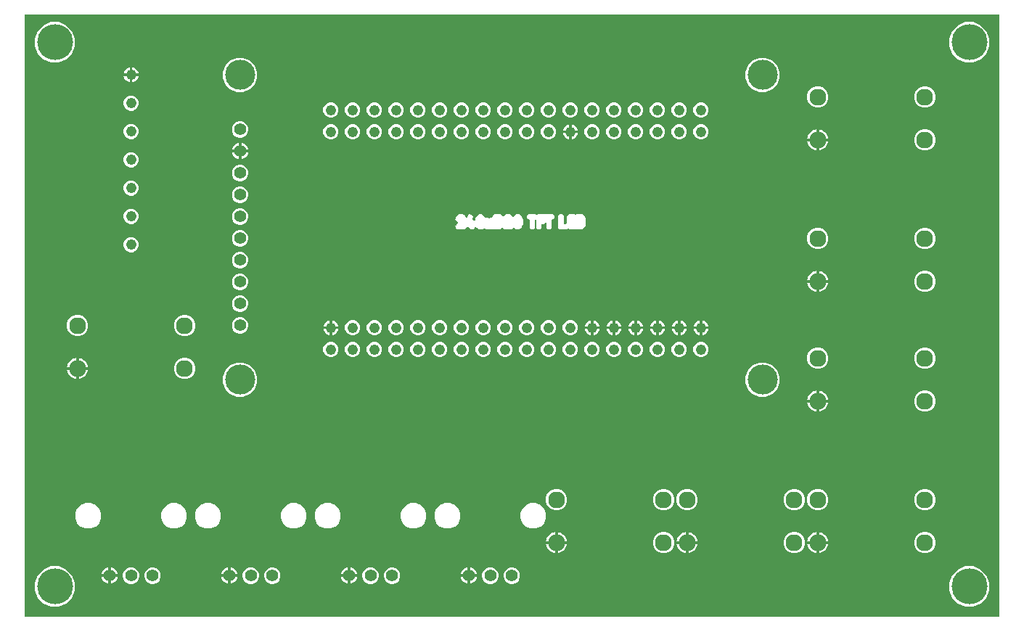
<source format=gbr>
G04 EAGLE Gerber RS-274X export*
G75*
%MOMM*%
%FSLAX34Y34*%
%LPD*%
%INCopper Layer 15*%
%IPPOS*%
%AMOC8*
5,1,8,0,0,1.08239X$1,22.5*%
G01*
%ADD10C,1.960000*%
%ADD11C,4.191000*%
%ADD12C,1.400000*%
%ADD13C,3.500000*%
%ADD14C,1.244600*%

G36*
X1355418Y-378456D02*
X1355418Y-378456D01*
X1355437Y-378458D01*
X1355539Y-378436D01*
X1355641Y-378420D01*
X1355658Y-378410D01*
X1355678Y-378406D01*
X1355767Y-378353D01*
X1355858Y-378304D01*
X1355872Y-378290D01*
X1355889Y-378280D01*
X1355956Y-378201D01*
X1356028Y-378126D01*
X1356036Y-378108D01*
X1356049Y-378093D01*
X1356088Y-377997D01*
X1356131Y-377903D01*
X1356133Y-377883D01*
X1356141Y-377865D01*
X1356159Y-377698D01*
X1356159Y323598D01*
X1356156Y323618D01*
X1356158Y323637D01*
X1356136Y323739D01*
X1356120Y323841D01*
X1356110Y323858D01*
X1356106Y323878D01*
X1356053Y323967D01*
X1356004Y324058D01*
X1355990Y324072D01*
X1355980Y324089D01*
X1355901Y324156D01*
X1355826Y324228D01*
X1355808Y324236D01*
X1355793Y324249D01*
X1355697Y324288D01*
X1355603Y324331D01*
X1355583Y324333D01*
X1355565Y324341D01*
X1355398Y324359D01*
X219202Y324359D01*
X219182Y324356D01*
X219163Y324358D01*
X219061Y324336D01*
X218959Y324320D01*
X218942Y324310D01*
X218922Y324306D01*
X218833Y324253D01*
X218742Y324204D01*
X218728Y324190D01*
X218711Y324180D01*
X218644Y324101D01*
X218572Y324026D01*
X218564Y324008D01*
X218551Y323993D01*
X218512Y323897D01*
X218469Y323803D01*
X218467Y323783D01*
X218459Y323765D01*
X218441Y323598D01*
X218441Y-377698D01*
X218444Y-377718D01*
X218442Y-377737D01*
X218464Y-377839D01*
X218480Y-377941D01*
X218490Y-377958D01*
X218494Y-377978D01*
X218547Y-378067D01*
X218596Y-378158D01*
X218610Y-378172D01*
X218620Y-378189D01*
X218699Y-378256D01*
X218774Y-378328D01*
X218792Y-378336D01*
X218807Y-378349D01*
X218903Y-378388D01*
X218997Y-378431D01*
X219017Y-378433D01*
X219035Y-378441D01*
X219202Y-378459D01*
X1355398Y-378459D01*
X1355418Y-378456D01*
G37*
%LPC*%
G36*
X1316126Y268604D02*
X1316126Y268604D01*
X1307491Y272181D01*
X1300881Y278791D01*
X1297304Y287426D01*
X1297304Y296774D01*
X1300881Y305409D01*
X1307491Y312019D01*
X1316126Y315596D01*
X1325474Y315596D01*
X1334109Y312019D01*
X1340719Y305409D01*
X1344296Y296774D01*
X1344296Y287426D01*
X1340719Y278791D01*
X1334109Y272181D01*
X1325474Y268604D01*
X1316126Y268604D01*
G37*
%LPD*%
%LPC*%
G36*
X249326Y268604D02*
X249326Y268604D01*
X240691Y272181D01*
X234081Y278791D01*
X230504Y287426D01*
X230504Y296774D01*
X234081Y305409D01*
X240691Y312019D01*
X249326Y315596D01*
X258674Y315596D01*
X267309Y312019D01*
X273919Y305409D01*
X277496Y296774D01*
X277496Y287426D01*
X273919Y278791D01*
X267309Y272181D01*
X258674Y268604D01*
X249326Y268604D01*
G37*
%LPD*%
%LPC*%
G36*
X249326Y-366396D02*
X249326Y-366396D01*
X240691Y-362819D01*
X234081Y-356209D01*
X230504Y-347574D01*
X230504Y-338226D01*
X234081Y-329591D01*
X240691Y-322981D01*
X249326Y-319404D01*
X258674Y-319404D01*
X267309Y-322981D01*
X273919Y-329591D01*
X277496Y-338226D01*
X277496Y-347574D01*
X273919Y-356209D01*
X267309Y-362819D01*
X258674Y-366396D01*
X249326Y-366396D01*
G37*
%LPD*%
%LPC*%
G36*
X1316126Y-366396D02*
X1316126Y-366396D01*
X1307491Y-362819D01*
X1300881Y-356209D01*
X1297304Y-347574D01*
X1297304Y-338226D01*
X1300881Y-329591D01*
X1307491Y-322981D01*
X1316126Y-319404D01*
X1325474Y-319404D01*
X1334109Y-322981D01*
X1340719Y-329591D01*
X1344296Y-338226D01*
X1344296Y-347574D01*
X1340719Y-356209D01*
X1334109Y-362819D01*
X1325474Y-366396D01*
X1316126Y-366396D01*
G37*
%LPD*%
%LPC*%
G36*
X1075514Y233959D02*
X1075514Y233959D01*
X1068148Y237010D01*
X1062510Y242648D01*
X1059459Y250014D01*
X1059459Y257986D01*
X1062510Y265352D01*
X1068148Y270990D01*
X1075514Y274041D01*
X1083486Y274041D01*
X1090852Y270990D01*
X1096490Y265352D01*
X1099541Y257986D01*
X1099541Y250014D01*
X1096490Y242648D01*
X1090852Y237010D01*
X1083486Y233959D01*
X1075514Y233959D01*
G37*
%LPD*%
%LPC*%
G36*
X465914Y233959D02*
X465914Y233959D01*
X458548Y237010D01*
X452910Y242648D01*
X449859Y250014D01*
X449859Y257986D01*
X452910Y265352D01*
X458548Y270990D01*
X465914Y274041D01*
X473886Y274041D01*
X481252Y270990D01*
X486890Y265352D01*
X489941Y257986D01*
X489941Y250014D01*
X486890Y242648D01*
X481252Y237010D01*
X473886Y233959D01*
X465914Y233959D01*
G37*
%LPD*%
%LPC*%
G36*
X1075514Y-121641D02*
X1075514Y-121641D01*
X1068148Y-118590D01*
X1062510Y-112952D01*
X1059459Y-105586D01*
X1059459Y-97614D01*
X1062510Y-90248D01*
X1068148Y-84610D01*
X1075514Y-81559D01*
X1083486Y-81559D01*
X1090852Y-84610D01*
X1096490Y-90248D01*
X1099541Y-97614D01*
X1099541Y-105586D01*
X1096490Y-112952D01*
X1090852Y-118590D01*
X1083486Y-121641D01*
X1075514Y-121641D01*
G37*
%LPD*%
%LPC*%
G36*
X465914Y-121641D02*
X465914Y-121641D01*
X458548Y-118590D01*
X452910Y-112952D01*
X449859Y-105586D01*
X449859Y-97614D01*
X452910Y-90248D01*
X458548Y-84610D01*
X465914Y-81559D01*
X473886Y-81559D01*
X481252Y-84610D01*
X486890Y-90248D01*
X489941Y-97614D01*
X489941Y-105586D01*
X486890Y-112952D01*
X481252Y-118590D01*
X473886Y-121641D01*
X465914Y-121641D01*
G37*
%LPD*%
%LPC*%
G36*
X761561Y73966D02*
X761561Y73966D01*
X761434Y74156D01*
X761406Y74186D01*
X761389Y74214D01*
X761386Y74218D01*
X761378Y74230D01*
X761319Y74280D01*
X761266Y74336D01*
X761225Y74359D01*
X761189Y74389D01*
X761118Y74417D01*
X761050Y74453D01*
X761004Y74461D01*
X760960Y74478D01*
X760883Y74482D01*
X760807Y74495D01*
X760761Y74488D01*
X760715Y74491D01*
X760640Y74470D01*
X760564Y74458D01*
X760523Y74436D01*
X760478Y74424D01*
X760414Y74380D01*
X760346Y74345D01*
X760313Y74311D01*
X760275Y74285D01*
X760189Y74183D01*
X760175Y74168D01*
X760172Y74163D01*
X760167Y74156D01*
X760040Y73966D01*
X757564Y73471D01*
X755395Y74917D01*
X755382Y74932D01*
X755354Y74982D01*
X755305Y75027D01*
X755263Y75078D01*
X755214Y75109D01*
X755172Y75148D01*
X755111Y75174D01*
X755055Y75210D01*
X754999Y75223D01*
X754947Y75246D01*
X754880Y75252D01*
X754816Y75267D01*
X754759Y75262D01*
X754702Y75267D01*
X754637Y75252D01*
X754571Y75246D01*
X754518Y75223D01*
X754462Y75210D01*
X754374Y75160D01*
X754345Y75148D01*
X754335Y75139D01*
X754316Y75128D01*
X752260Y73659D01*
X748767Y73659D01*
X745924Y75690D01*
X745580Y76694D01*
X745547Y76755D01*
X745523Y76820D01*
X745489Y76863D01*
X745464Y76911D01*
X745413Y76958D01*
X745369Y77012D01*
X745324Y77042D01*
X745284Y77079D01*
X745221Y77108D01*
X745162Y77145D01*
X745110Y77159D01*
X745061Y77181D01*
X744991Y77189D01*
X744924Y77206D01*
X744870Y77201D01*
X744816Y77207D01*
X744748Y77192D01*
X744679Y77186D01*
X744629Y77165D01*
X744576Y77153D01*
X744516Y77117D01*
X744452Y77090D01*
X744393Y77043D01*
X744365Y77026D01*
X744351Y77009D01*
X744321Y76985D01*
X743653Y76317D01*
X743600Y76243D01*
X743541Y76174D01*
X743529Y76144D01*
X743510Y76117D01*
X743483Y76030D01*
X743449Y75946D01*
X743444Y75905D01*
X743438Y75882D01*
X743438Y75850D01*
X743430Y75779D01*
X743430Y75445D01*
X741645Y73659D01*
X739119Y73659D01*
X737317Y75461D01*
X737312Y75530D01*
X737299Y75562D01*
X737293Y75596D01*
X737252Y75675D01*
X737217Y75757D01*
X737194Y75783D01*
X737178Y75814D01*
X737114Y75875D01*
X737055Y75942D01*
X737025Y75959D01*
X737000Y75983D01*
X736919Y76021D01*
X736842Y76065D01*
X736808Y76072D01*
X736777Y76087D01*
X736688Y76097D01*
X736601Y76114D01*
X736567Y76110D01*
X736532Y76114D01*
X736445Y76095D01*
X736357Y76084D01*
X736316Y76067D01*
X736292Y76062D01*
X736265Y76045D01*
X736217Y76025D01*
X735513Y76226D01*
X735492Y76229D01*
X735471Y76237D01*
X735304Y76256D01*
X734709Y76256D01*
X734689Y76252D01*
X734670Y76255D01*
X734568Y76233D01*
X734466Y76216D01*
X734449Y76207D01*
X734429Y76202D01*
X734340Y76149D01*
X734249Y76101D01*
X734235Y76086D01*
X734218Y76076D01*
X734151Y75998D01*
X734080Y75923D01*
X734071Y75904D01*
X734058Y75889D01*
X734019Y75793D01*
X733976Y75699D01*
X733974Y75680D01*
X733966Y75661D01*
X733948Y75494D01*
X733948Y75445D01*
X732162Y73659D01*
X724562Y73659D01*
X724540Y73656D01*
X724501Y73657D01*
X723363Y73565D01*
X723344Y73572D01*
X723290Y73605D01*
X723231Y73618D01*
X723174Y73641D01*
X723162Y73642D01*
X722361Y74443D01*
X722343Y74456D01*
X722316Y74485D01*
X721447Y75224D01*
X721438Y75243D01*
X721423Y75304D01*
X721391Y75356D01*
X721367Y75412D01*
X721359Y75421D01*
X721359Y76554D01*
X721356Y76576D01*
X721357Y76615D01*
X721265Y77753D01*
X721272Y77772D01*
X721305Y77826D01*
X721318Y77885D01*
X721341Y77942D01*
X721342Y77954D01*
X722143Y78755D01*
X722157Y78773D01*
X722185Y78800D01*
X724455Y81470D01*
X724478Y81509D01*
X724509Y81543D01*
X724541Y81614D01*
X724582Y81681D01*
X724592Y81725D01*
X724610Y81767D01*
X724618Y81845D01*
X724635Y81921D01*
X724630Y81966D01*
X724634Y82012D01*
X724617Y82088D01*
X724609Y82166D01*
X724590Y82207D01*
X724580Y82251D01*
X724538Y82318D01*
X724506Y82389D01*
X724475Y82422D01*
X724451Y82461D01*
X724391Y82511D01*
X724337Y82568D01*
X724297Y82590D01*
X724262Y82619D01*
X724136Y82676D01*
X724120Y82684D01*
X724116Y82685D01*
X724109Y82688D01*
X722267Y83284D01*
X721118Y85533D01*
X721508Y86735D01*
X722189Y88839D01*
X725766Y91441D01*
X729578Y91441D01*
X732348Y89841D01*
X733678Y87539D01*
X733719Y87488D01*
X733752Y87432D01*
X733797Y87393D01*
X733833Y87348D01*
X733889Y87313D01*
X733938Y87271D01*
X733992Y87249D01*
X734042Y87217D01*
X734105Y87202D01*
X734166Y87177D01*
X734224Y87174D01*
X734281Y87160D01*
X734346Y87166D01*
X734411Y87162D01*
X734468Y87177D01*
X734526Y87182D01*
X734586Y87208D01*
X734649Y87225D01*
X734698Y87257D01*
X734751Y87281D01*
X734800Y87325D01*
X734854Y87361D01*
X734890Y87407D01*
X734933Y87446D01*
X734965Y87503D01*
X735005Y87555D01*
X735037Y87632D01*
X735053Y87661D01*
X735056Y87680D01*
X735069Y87710D01*
X735850Y90444D01*
X738058Y91670D01*
X740486Y90977D01*
X741713Y88769D01*
X740899Y85920D01*
X740899Y85918D01*
X740898Y85916D01*
X740885Y85797D01*
X740870Y85676D01*
X740871Y85674D01*
X740871Y85671D01*
X740896Y85554D01*
X740921Y85435D01*
X740922Y85433D01*
X740923Y85431D01*
X740986Y85325D01*
X741046Y85223D01*
X741048Y85222D01*
X741049Y85220D01*
X741142Y85140D01*
X741232Y85062D01*
X741234Y85061D01*
X741236Y85060D01*
X741351Y85014D01*
X741460Y84969D01*
X741462Y84969D01*
X741464Y84968D01*
X741631Y84950D01*
X741645Y84950D01*
X742920Y83674D01*
X742978Y83633D01*
X743030Y83583D01*
X743077Y83561D01*
X743119Y83531D01*
X743188Y83510D01*
X743253Y83480D01*
X743305Y83474D01*
X743354Y83459D01*
X743426Y83460D01*
X743497Y83453D01*
X743548Y83464D01*
X743600Y83465D01*
X743668Y83490D01*
X743738Y83505D01*
X743782Y83532D01*
X743831Y83549D01*
X743887Y83594D01*
X743949Y83631D01*
X743983Y83671D01*
X744023Y83703D01*
X744062Y83763D01*
X744109Y83818D01*
X744128Y83866D01*
X744156Y83910D01*
X744174Y83979D01*
X744201Y84046D01*
X744209Y84117D01*
X744216Y84149D01*
X744215Y84172D01*
X744219Y84213D01*
X744219Y85475D01*
X745398Y87893D01*
X745407Y87923D01*
X745434Y87980D01*
X745924Y89410D01*
X748767Y91441D01*
X752260Y91441D01*
X755103Y89410D01*
X755593Y87980D01*
X755608Y87953D01*
X755629Y87894D01*
X755721Y87705D01*
X755770Y87636D01*
X755811Y87563D01*
X755847Y87526D01*
X755863Y87504D01*
X755887Y87486D01*
X755930Y87444D01*
X756040Y87356D01*
X756062Y87343D01*
X756081Y87325D01*
X756169Y87283D01*
X756254Y87235D01*
X756280Y87231D01*
X756304Y87219D01*
X756400Y87208D01*
X756496Y87189D01*
X756522Y87193D01*
X756548Y87190D01*
X756643Y87210D01*
X756739Y87223D01*
X756763Y87235D01*
X756789Y87240D01*
X756938Y87317D01*
X757564Y87734D01*
X760040Y87239D01*
X760167Y87049D01*
X760199Y87015D01*
X760223Y86975D01*
X760282Y86925D01*
X760335Y86869D01*
X760376Y86847D01*
X760412Y86817D01*
X760483Y86789D01*
X760551Y86752D01*
X760597Y86744D01*
X760641Y86727D01*
X760718Y86723D01*
X760793Y86710D01*
X760840Y86717D01*
X760886Y86715D01*
X760960Y86736D01*
X761037Y86747D01*
X761078Y86769D01*
X761123Y86782D01*
X761187Y86825D01*
X761255Y86861D01*
X761287Y86894D01*
X761326Y86920D01*
X761412Y87023D01*
X761426Y87037D01*
X761428Y87042D01*
X761434Y87049D01*
X761561Y87239D01*
X764181Y87763D01*
X764245Y87787D01*
X764312Y87802D01*
X764359Y87830D01*
X764411Y87850D01*
X764464Y87893D01*
X764523Y87928D01*
X764559Y87970D01*
X764602Y88005D01*
X764638Y88063D01*
X764683Y88115D01*
X764704Y88166D01*
X764733Y88213D01*
X764749Y88280D01*
X764775Y88343D01*
X764783Y88421D01*
X764791Y88452D01*
X764789Y88474D01*
X764793Y88510D01*
X764793Y89655D01*
X766579Y91441D01*
X773571Y91441D01*
X776655Y89200D01*
X776676Y89189D01*
X776694Y89173D01*
X776785Y89134D01*
X776874Y89090D01*
X776898Y89086D01*
X776920Y89077D01*
X777019Y89069D01*
X777118Y89055D01*
X777142Y89059D01*
X777166Y89057D01*
X777262Y89082D01*
X777360Y89100D01*
X777381Y89111D01*
X777404Y89117D01*
X777550Y89200D01*
X780630Y91441D01*
X784442Y91441D01*
X787212Y89841D01*
X787815Y88798D01*
X787843Y88762D01*
X787865Y88722D01*
X787921Y88668D01*
X787970Y88607D01*
X788009Y88583D01*
X788042Y88551D01*
X788113Y88518D01*
X788179Y88477D01*
X788223Y88466D01*
X788265Y88446D01*
X788342Y88437D01*
X788418Y88419D01*
X788463Y88423D01*
X788509Y88418D01*
X788585Y88434D01*
X788663Y88441D01*
X788705Y88459D01*
X788749Y88469D01*
X788817Y88508D01*
X788888Y88540D01*
X788922Y88571D01*
X788961Y88594D01*
X789012Y88653D01*
X789070Y88705D01*
X789092Y88745D01*
X789122Y88780D01*
X789181Y88904D01*
X789190Y88920D01*
X789191Y88925D01*
X789194Y88931D01*
X789358Y89410D01*
X792201Y91441D01*
X795694Y91441D01*
X798537Y89410D01*
X799027Y87980D01*
X799041Y87953D01*
X799063Y87894D01*
X799155Y87705D01*
X799204Y87636D01*
X799245Y87563D01*
X799281Y87526D01*
X799297Y87504D01*
X799321Y87486D01*
X799364Y87444D01*
X799434Y87387D01*
X799457Y87187D01*
X799469Y87142D01*
X799473Y87095D01*
X799518Y86969D01*
X799523Y86950D01*
X799526Y86945D01*
X799529Y86937D01*
X800242Y85476D01*
X800242Y79625D01*
X799063Y77206D01*
X799054Y77176D01*
X799027Y77119D01*
X798537Y75690D01*
X795694Y73659D01*
X792201Y73659D01*
X789707Y75441D01*
X789635Y75476D01*
X789567Y75520D01*
X789525Y75530D01*
X789486Y75549D01*
X789406Y75560D01*
X789329Y75580D01*
X789285Y75576D01*
X789242Y75582D01*
X789163Y75567D01*
X789083Y75561D01*
X789043Y75544D01*
X789001Y75535D01*
X788931Y75496D01*
X788857Y75464D01*
X788812Y75429D01*
X788787Y75414D01*
X788768Y75393D01*
X788726Y75359D01*
X787026Y73659D01*
X779426Y73659D01*
X779404Y73656D01*
X779364Y73657D01*
X778227Y73565D01*
X778208Y73572D01*
X778154Y73605D01*
X778095Y73618D01*
X778038Y73641D01*
X778026Y73642D01*
X777225Y74443D01*
X777207Y74456D01*
X777180Y74485D01*
X776295Y75237D01*
X776249Y75265D01*
X776210Y75300D01*
X776145Y75328D01*
X776084Y75364D01*
X776032Y75376D01*
X775984Y75397D01*
X775913Y75402D01*
X775844Y75418D01*
X775791Y75412D01*
X775738Y75416D01*
X775670Y75399D01*
X775599Y75391D01*
X775551Y75369D01*
X775500Y75356D01*
X775401Y75300D01*
X775376Y75288D01*
X775368Y75281D01*
X775354Y75273D01*
X773133Y73659D01*
X766579Y73659D01*
X766117Y74122D01*
X766061Y74161D01*
X766012Y74209D01*
X765962Y74233D01*
X765917Y74265D01*
X765852Y74285D01*
X765790Y74315D01*
X765735Y74321D01*
X765682Y74338D01*
X765614Y74336D01*
X765546Y74344D01*
X765492Y74333D01*
X765436Y74331D01*
X765372Y74308D01*
X765305Y74294D01*
X765236Y74258D01*
X765205Y74247D01*
X765188Y74233D01*
X765156Y74217D01*
X764037Y73471D01*
X761561Y73966D01*
G37*
%LPD*%
%LPC*%
G36*
X809008Y-275241D02*
X809008Y-275241D01*
X803480Y-272951D01*
X799249Y-268720D01*
X796959Y-263192D01*
X796959Y-257208D01*
X799249Y-251680D01*
X803480Y-247449D01*
X809008Y-245159D01*
X814992Y-245159D01*
X820520Y-247449D01*
X824751Y-251680D01*
X827041Y-257208D01*
X827041Y-263192D01*
X824751Y-268720D01*
X820520Y-272951D01*
X814992Y-275241D01*
X809008Y-275241D01*
G37*
%LPD*%
%LPC*%
G36*
X429608Y-275241D02*
X429608Y-275241D01*
X424080Y-272951D01*
X419849Y-268720D01*
X417559Y-263192D01*
X417559Y-257208D01*
X419849Y-251680D01*
X424080Y-247449D01*
X429608Y-245159D01*
X435592Y-245159D01*
X441120Y-247449D01*
X445351Y-251680D01*
X447641Y-257208D01*
X447641Y-263192D01*
X445351Y-268720D01*
X441120Y-272951D01*
X435592Y-275241D01*
X429608Y-275241D01*
G37*
%LPD*%
%LPC*%
G36*
X709008Y-275241D02*
X709008Y-275241D01*
X703480Y-272951D01*
X699249Y-268720D01*
X696959Y-263192D01*
X696959Y-257208D01*
X699249Y-251680D01*
X703480Y-247449D01*
X709008Y-245159D01*
X714992Y-245159D01*
X720520Y-247449D01*
X724751Y-251680D01*
X727041Y-257208D01*
X727041Y-263192D01*
X724751Y-268720D01*
X720520Y-272951D01*
X714992Y-275241D01*
X709008Y-275241D01*
G37*
%LPD*%
%LPC*%
G36*
X669308Y-275241D02*
X669308Y-275241D01*
X663780Y-272951D01*
X659549Y-268720D01*
X657259Y-263192D01*
X657259Y-257208D01*
X659549Y-251680D01*
X663780Y-247449D01*
X669308Y-245159D01*
X675292Y-245159D01*
X680820Y-247449D01*
X685051Y-251680D01*
X687341Y-257208D01*
X687341Y-263192D01*
X685051Y-268720D01*
X680820Y-272951D01*
X675292Y-275241D01*
X669308Y-275241D01*
G37*
%LPD*%
%LPC*%
G36*
X569308Y-275241D02*
X569308Y-275241D01*
X563780Y-272951D01*
X559549Y-268720D01*
X557259Y-263192D01*
X557259Y-257208D01*
X559549Y-251680D01*
X563780Y-247449D01*
X569308Y-245159D01*
X575292Y-245159D01*
X580820Y-247449D01*
X585051Y-251680D01*
X587341Y-257208D01*
X587341Y-263192D01*
X585051Y-268720D01*
X580820Y-272951D01*
X575292Y-275241D01*
X569308Y-275241D01*
G37*
%LPD*%
%LPC*%
G36*
X529608Y-275241D02*
X529608Y-275241D01*
X524080Y-272951D01*
X519849Y-268720D01*
X517559Y-263192D01*
X517559Y-257208D01*
X519849Y-251680D01*
X524080Y-247449D01*
X529608Y-245159D01*
X535592Y-245159D01*
X541120Y-247449D01*
X545351Y-251680D01*
X547641Y-257208D01*
X547641Y-263192D01*
X545351Y-268720D01*
X541120Y-272951D01*
X535592Y-275241D01*
X529608Y-275241D01*
G37*
%LPD*%
%LPC*%
G36*
X289908Y-275241D02*
X289908Y-275241D01*
X284380Y-272951D01*
X280149Y-268720D01*
X277859Y-263192D01*
X277859Y-257208D01*
X280149Y-251680D01*
X284380Y-247449D01*
X289908Y-245159D01*
X295892Y-245159D01*
X301420Y-247449D01*
X305651Y-251680D01*
X307941Y-257208D01*
X307941Y-263192D01*
X305651Y-268720D01*
X301420Y-272951D01*
X295892Y-275241D01*
X289908Y-275241D01*
G37*
%LPD*%
%LPC*%
G36*
X389908Y-275241D02*
X389908Y-275241D01*
X384380Y-272951D01*
X380149Y-268720D01*
X377859Y-263192D01*
X377859Y-257208D01*
X380149Y-251680D01*
X384380Y-247449D01*
X389908Y-245159D01*
X395892Y-245159D01*
X401420Y-247449D01*
X405651Y-251680D01*
X407941Y-257208D01*
X407941Y-263192D01*
X405651Y-268720D01*
X401420Y-272951D01*
X395892Y-275241D01*
X389908Y-275241D01*
G37*
%LPD*%
%LPC*%
G36*
X867099Y73659D02*
X867099Y73659D01*
X862591Y73659D01*
X862019Y74231D01*
X862003Y74243D01*
X861990Y74258D01*
X861903Y74315D01*
X861819Y74375D01*
X861800Y74381D01*
X861783Y74391D01*
X861683Y74417D01*
X861584Y74447D01*
X861564Y74447D01*
X861545Y74452D01*
X861442Y74444D01*
X861338Y74441D01*
X861319Y74434D01*
X861300Y74432D01*
X861205Y74392D01*
X861107Y74356D01*
X861092Y74344D01*
X861073Y74336D01*
X860942Y74231D01*
X860370Y73659D01*
X854998Y73659D01*
X852907Y74867D01*
X852866Y74882D01*
X852829Y74906D01*
X852751Y74926D01*
X852677Y74954D01*
X852633Y74956D01*
X852590Y74966D01*
X852511Y74960D01*
X852431Y74963D01*
X852389Y74950D01*
X852345Y74947D01*
X852272Y74916D01*
X852195Y74893D01*
X852159Y74868D01*
X852119Y74851D01*
X852005Y74760D01*
X851994Y74752D01*
X851992Y74749D01*
X851988Y74746D01*
X850901Y73659D01*
X843182Y73659D01*
X841397Y75445D01*
X841397Y89655D01*
X843182Y91441D01*
X845708Y91441D01*
X847494Y89655D01*
X847494Y80518D01*
X847497Y80498D01*
X847495Y80479D01*
X847517Y80377D01*
X847534Y80275D01*
X847543Y80258D01*
X847547Y80238D01*
X847601Y80149D01*
X847649Y80058D01*
X847663Y80044D01*
X847674Y80027D01*
X847752Y79960D01*
X847827Y79888D01*
X847845Y79880D01*
X847860Y79867D01*
X847957Y79828D01*
X848050Y79785D01*
X848070Y79783D01*
X848089Y79775D01*
X848255Y79757D01*
X850105Y79757D01*
X850124Y79760D01*
X850144Y79758D01*
X850245Y79780D01*
X850347Y79796D01*
X850365Y79806D01*
X850384Y79810D01*
X850473Y79863D01*
X850565Y79912D01*
X850578Y79926D01*
X850596Y79936D01*
X850663Y80015D01*
X850734Y80090D01*
X850742Y80108D01*
X850755Y80123D01*
X850794Y80219D01*
X850838Y80313D01*
X850840Y80333D01*
X850847Y80351D01*
X850866Y80518D01*
X850866Y87308D01*
X852378Y89928D01*
X854998Y91441D01*
X856655Y91441D01*
X858089Y91441D01*
X860370Y91441D01*
X860942Y90869D01*
X860958Y90857D01*
X860971Y90842D01*
X861058Y90785D01*
X861142Y90725D01*
X861161Y90719D01*
X861178Y90709D01*
X861278Y90683D01*
X861377Y90653D01*
X861397Y90653D01*
X861416Y90648D01*
X861519Y90656D01*
X861623Y90659D01*
X861642Y90666D01*
X861662Y90668D01*
X861756Y90708D01*
X861854Y90744D01*
X861870Y90756D01*
X861888Y90764D01*
X862019Y90869D01*
X862591Y91441D01*
X868786Y91441D01*
X871707Y89754D01*
X873394Y86833D01*
X873394Y78267D01*
X871707Y75346D01*
X868786Y73659D01*
X867099Y73659D01*
G37*
%LPD*%
%LPC*%
G36*
X1141545Y-88941D02*
X1141545Y-88941D01*
X1137010Y-87062D01*
X1133538Y-83590D01*
X1131659Y-79055D01*
X1131659Y-74145D01*
X1133538Y-69610D01*
X1137010Y-66138D01*
X1141545Y-64259D01*
X1146455Y-64259D01*
X1150990Y-66138D01*
X1154462Y-69610D01*
X1156341Y-74145D01*
X1156341Y-79055D01*
X1154462Y-83590D01*
X1150990Y-87062D01*
X1146455Y-88941D01*
X1141545Y-88941D01*
G37*
%LPD*%
%LPC*%
G36*
X1266545Y165859D02*
X1266545Y165859D01*
X1262010Y167738D01*
X1258538Y171210D01*
X1256659Y175745D01*
X1256659Y180655D01*
X1258538Y185190D01*
X1262010Y188662D01*
X1266545Y190541D01*
X1271455Y190541D01*
X1275990Y188662D01*
X1279462Y185190D01*
X1281341Y180655D01*
X1281341Y175745D01*
X1279462Y171210D01*
X1275990Y167738D01*
X1271455Y165859D01*
X1266545Y165859D01*
G37*
%LPD*%
%LPC*%
G36*
X961745Y-304041D02*
X961745Y-304041D01*
X957210Y-302162D01*
X953738Y-298690D01*
X951859Y-294155D01*
X951859Y-289245D01*
X953738Y-284710D01*
X957210Y-281238D01*
X961745Y-279359D01*
X966655Y-279359D01*
X971190Y-281238D01*
X974662Y-284710D01*
X976541Y-289245D01*
X976541Y-294155D01*
X974662Y-298690D01*
X971190Y-302162D01*
X966655Y-304041D01*
X961745Y-304041D01*
G37*
%LPD*%
%LPC*%
G36*
X1266545Y215859D02*
X1266545Y215859D01*
X1262010Y217738D01*
X1258538Y221210D01*
X1256659Y225745D01*
X1256659Y230655D01*
X1258538Y235190D01*
X1262010Y238662D01*
X1266545Y240541D01*
X1271455Y240541D01*
X1275990Y238662D01*
X1279462Y235190D01*
X1281341Y230655D01*
X1281341Y225745D01*
X1279462Y221210D01*
X1275990Y217738D01*
X1271455Y215859D01*
X1266545Y215859D01*
G37*
%LPD*%
%LPC*%
G36*
X1141545Y215859D02*
X1141545Y215859D01*
X1137010Y217738D01*
X1133538Y221210D01*
X1131659Y225745D01*
X1131659Y230655D01*
X1133538Y235190D01*
X1137010Y238662D01*
X1141545Y240541D01*
X1146455Y240541D01*
X1150990Y238662D01*
X1154462Y235190D01*
X1156341Y230655D01*
X1156341Y225745D01*
X1154462Y221210D01*
X1150990Y217738D01*
X1146455Y215859D01*
X1141545Y215859D01*
G37*
%LPD*%
%LPC*%
G36*
X1114145Y-304041D02*
X1114145Y-304041D01*
X1109610Y-302162D01*
X1106138Y-298690D01*
X1104259Y-294155D01*
X1104259Y-289245D01*
X1106138Y-284710D01*
X1109610Y-281238D01*
X1114145Y-279359D01*
X1119055Y-279359D01*
X1123590Y-281238D01*
X1127062Y-284710D01*
X1128941Y-289245D01*
X1128941Y-294155D01*
X1127062Y-298690D01*
X1123590Y-302162D01*
X1119055Y-304041D01*
X1114145Y-304041D01*
G37*
%LPD*%
%LPC*%
G36*
X1266545Y-88941D02*
X1266545Y-88941D01*
X1262010Y-87062D01*
X1258538Y-83590D01*
X1256659Y-79055D01*
X1256659Y-74145D01*
X1258538Y-69610D01*
X1262010Y-66138D01*
X1266545Y-64259D01*
X1271455Y-64259D01*
X1275990Y-66138D01*
X1279462Y-69610D01*
X1281341Y-74145D01*
X1281341Y-79055D01*
X1279462Y-83590D01*
X1275990Y-87062D01*
X1271455Y-88941D01*
X1266545Y-88941D01*
G37*
%LPD*%
%LPC*%
G36*
X1266545Y50759D02*
X1266545Y50759D01*
X1262010Y52638D01*
X1258538Y56110D01*
X1256659Y60645D01*
X1256659Y65555D01*
X1258538Y70090D01*
X1262010Y73562D01*
X1266545Y75441D01*
X1271455Y75441D01*
X1275990Y73562D01*
X1279462Y70090D01*
X1281341Y65555D01*
X1281341Y60645D01*
X1279462Y56110D01*
X1275990Y52638D01*
X1271455Y50759D01*
X1266545Y50759D01*
G37*
%LPD*%
%LPC*%
G36*
X1141545Y50759D02*
X1141545Y50759D01*
X1137010Y52638D01*
X1133538Y56110D01*
X1131659Y60645D01*
X1131659Y65555D01*
X1133538Y70090D01*
X1137010Y73562D01*
X1141545Y75441D01*
X1146455Y75441D01*
X1150990Y73562D01*
X1154462Y70090D01*
X1156341Y65555D01*
X1156341Y60645D01*
X1154462Y56110D01*
X1150990Y52638D01*
X1146455Y50759D01*
X1141545Y50759D01*
G37*
%LPD*%
%LPC*%
G36*
X836745Y-254041D02*
X836745Y-254041D01*
X832210Y-252162D01*
X828738Y-248690D01*
X826859Y-244155D01*
X826859Y-239245D01*
X828738Y-234710D01*
X832210Y-231238D01*
X836745Y-229359D01*
X841655Y-229359D01*
X846190Y-231238D01*
X849662Y-234710D01*
X851541Y-239245D01*
X851541Y-244155D01*
X849662Y-248690D01*
X846190Y-252162D01*
X841655Y-254041D01*
X836745Y-254041D01*
G37*
%LPD*%
%LPC*%
G36*
X1266545Y-304041D02*
X1266545Y-304041D01*
X1262010Y-302162D01*
X1258538Y-298690D01*
X1256659Y-294155D01*
X1256659Y-289245D01*
X1258538Y-284710D01*
X1262010Y-281238D01*
X1266545Y-279359D01*
X1271455Y-279359D01*
X1275990Y-281238D01*
X1279462Y-284710D01*
X1281341Y-289245D01*
X1281341Y-294155D01*
X1279462Y-298690D01*
X1275990Y-302162D01*
X1271455Y-304041D01*
X1266545Y-304041D01*
G37*
%LPD*%
%LPC*%
G36*
X1141545Y-254041D02*
X1141545Y-254041D01*
X1137010Y-252162D01*
X1133538Y-248690D01*
X1131659Y-244155D01*
X1131659Y-239245D01*
X1133538Y-234710D01*
X1137010Y-231238D01*
X1141545Y-229359D01*
X1146455Y-229359D01*
X1150990Y-231238D01*
X1154462Y-234710D01*
X1156341Y-239245D01*
X1156341Y-244155D01*
X1154462Y-248690D01*
X1150990Y-252162D01*
X1146455Y-254041D01*
X1141545Y-254041D01*
G37*
%LPD*%
%LPC*%
G36*
X402945Y-50841D02*
X402945Y-50841D01*
X398410Y-48962D01*
X394938Y-45490D01*
X393059Y-40955D01*
X393059Y-36045D01*
X394938Y-31510D01*
X398410Y-28038D01*
X402945Y-26159D01*
X407855Y-26159D01*
X412390Y-28038D01*
X415862Y-31510D01*
X417741Y-36045D01*
X417741Y-40955D01*
X415862Y-45490D01*
X412390Y-48962D01*
X407855Y-50841D01*
X402945Y-50841D01*
G37*
%LPD*%
%LPC*%
G36*
X277945Y-50841D02*
X277945Y-50841D01*
X273410Y-48962D01*
X269938Y-45490D01*
X268059Y-40955D01*
X268059Y-36045D01*
X269938Y-31510D01*
X273410Y-28038D01*
X277945Y-26159D01*
X282855Y-26159D01*
X287390Y-28038D01*
X290862Y-31510D01*
X292741Y-36045D01*
X292741Y-40955D01*
X290862Y-45490D01*
X287390Y-48962D01*
X282855Y-50841D01*
X277945Y-50841D01*
G37*
%LPD*%
%LPC*%
G36*
X1114145Y-254041D02*
X1114145Y-254041D01*
X1109610Y-252162D01*
X1106138Y-248690D01*
X1104259Y-244155D01*
X1104259Y-239245D01*
X1106138Y-234710D01*
X1109610Y-231238D01*
X1114145Y-229359D01*
X1119055Y-229359D01*
X1123590Y-231238D01*
X1127062Y-234710D01*
X1128941Y-239245D01*
X1128941Y-244155D01*
X1127062Y-248690D01*
X1123590Y-252162D01*
X1119055Y-254041D01*
X1114145Y-254041D01*
G37*
%LPD*%
%LPC*%
G36*
X1266545Y-254041D02*
X1266545Y-254041D01*
X1262010Y-252162D01*
X1258538Y-248690D01*
X1256659Y-244155D01*
X1256659Y-239245D01*
X1258538Y-234710D01*
X1262010Y-231238D01*
X1266545Y-229359D01*
X1271455Y-229359D01*
X1275990Y-231238D01*
X1279462Y-234710D01*
X1281341Y-239245D01*
X1281341Y-244155D01*
X1279462Y-248690D01*
X1275990Y-252162D01*
X1271455Y-254041D01*
X1266545Y-254041D01*
G37*
%LPD*%
%LPC*%
G36*
X961745Y-254041D02*
X961745Y-254041D01*
X957210Y-252162D01*
X953738Y-248690D01*
X951859Y-244155D01*
X951859Y-239245D01*
X953738Y-234710D01*
X957210Y-231238D01*
X961745Y-229359D01*
X966655Y-229359D01*
X971190Y-231238D01*
X974662Y-234710D01*
X976541Y-239245D01*
X976541Y-244155D01*
X974662Y-248690D01*
X971190Y-252162D01*
X966655Y-254041D01*
X961745Y-254041D01*
G37*
%LPD*%
%LPC*%
G36*
X989145Y-254041D02*
X989145Y-254041D01*
X984610Y-252162D01*
X981138Y-248690D01*
X979259Y-244155D01*
X979259Y-239245D01*
X981138Y-234710D01*
X984610Y-231238D01*
X989145Y-229359D01*
X994055Y-229359D01*
X998590Y-231238D01*
X1002062Y-234710D01*
X1003941Y-239245D01*
X1003941Y-244155D01*
X1002062Y-248690D01*
X998590Y-252162D01*
X994055Y-254041D01*
X989145Y-254041D01*
G37*
%LPD*%
%LPC*%
G36*
X1266545Y-138941D02*
X1266545Y-138941D01*
X1262010Y-137062D01*
X1258538Y-133590D01*
X1256659Y-129055D01*
X1256659Y-124145D01*
X1258538Y-119610D01*
X1262010Y-116138D01*
X1266545Y-114259D01*
X1271455Y-114259D01*
X1275990Y-116138D01*
X1279462Y-119610D01*
X1281341Y-124145D01*
X1281341Y-129055D01*
X1279462Y-133590D01*
X1275990Y-137062D01*
X1271455Y-138941D01*
X1266545Y-138941D01*
G37*
%LPD*%
%LPC*%
G36*
X402945Y-100841D02*
X402945Y-100841D01*
X398410Y-98962D01*
X394938Y-95490D01*
X393059Y-90955D01*
X393059Y-86045D01*
X394938Y-81510D01*
X398410Y-78038D01*
X402945Y-76159D01*
X407855Y-76159D01*
X412390Y-78038D01*
X415862Y-81510D01*
X417741Y-86045D01*
X417741Y-90955D01*
X415862Y-95490D01*
X412390Y-98962D01*
X407855Y-100841D01*
X402945Y-100841D01*
G37*
%LPD*%
%LPC*%
G36*
X1266545Y759D02*
X1266545Y759D01*
X1262010Y2638D01*
X1258538Y6110D01*
X1256659Y10645D01*
X1256659Y15555D01*
X1258538Y20090D01*
X1262010Y23562D01*
X1266545Y25441D01*
X1271455Y25441D01*
X1275990Y23562D01*
X1279462Y20090D01*
X1281341Y15555D01*
X1281341Y10645D01*
X1279462Y6110D01*
X1275990Y2638D01*
X1271455Y759D01*
X1266545Y759D01*
G37*
%LPD*%
%LPC*%
G36*
X809448Y73659D02*
X809448Y73659D01*
X807663Y75445D01*
X807663Y84582D01*
X807659Y84602D01*
X807662Y84621D01*
X807640Y84723D01*
X807623Y84825D01*
X807614Y84842D01*
X807609Y84862D01*
X807556Y84951D01*
X807508Y85042D01*
X807493Y85056D01*
X807483Y85073D01*
X807404Y85140D01*
X807329Y85212D01*
X807311Y85220D01*
X807296Y85233D01*
X807200Y85272D01*
X807106Y85315D01*
X807087Y85317D01*
X807068Y85325D01*
X806901Y85343D01*
X806203Y85343D01*
X804417Y87129D01*
X804417Y89655D01*
X806203Y91441D01*
X815220Y91441D01*
X815709Y90952D01*
X815725Y90940D01*
X815737Y90924D01*
X815825Y90868D01*
X815909Y90808D01*
X815928Y90802D01*
X815944Y90791D01*
X816045Y90766D01*
X816144Y90736D01*
X816164Y90736D01*
X816183Y90731D01*
X816286Y90739D01*
X816390Y90742D01*
X816408Y90749D01*
X816428Y90750D01*
X816523Y90791D01*
X816621Y90827D01*
X816636Y90839D01*
X816654Y90847D01*
X816785Y90952D01*
X817275Y91441D01*
X824995Y91441D01*
X825081Y91385D01*
X825165Y91325D01*
X825185Y91319D01*
X825201Y91308D01*
X825301Y91283D01*
X825400Y91252D01*
X825421Y91253D01*
X825440Y91248D01*
X825543Y91256D01*
X825646Y91259D01*
X825665Y91265D01*
X825685Y91267D01*
X825780Y91308D01*
X825877Y91343D01*
X825893Y91355D01*
X825911Y91363D01*
X826008Y91441D01*
X835032Y91441D01*
X836818Y89655D01*
X836818Y87129D01*
X835032Y85343D01*
X834333Y85343D01*
X834314Y85340D01*
X834294Y85342D01*
X834193Y85320D01*
X834091Y85304D01*
X834073Y85294D01*
X834053Y85290D01*
X833964Y85237D01*
X833873Y85188D01*
X833859Y85174D01*
X833842Y85164D01*
X833775Y85085D01*
X833704Y85010D01*
X833695Y84992D01*
X833682Y84977D01*
X833644Y84881D01*
X833600Y84787D01*
X833598Y84767D01*
X833591Y84749D01*
X833572Y84582D01*
X833572Y75445D01*
X831786Y73659D01*
X829260Y73659D01*
X827475Y75445D01*
X827475Y80794D01*
X827463Y80865D01*
X827461Y80936D01*
X827443Y80985D01*
X827435Y81037D01*
X827401Y81100D01*
X827377Y81167D01*
X827344Y81208D01*
X827320Y81254D01*
X827268Y81304D01*
X827223Y81360D01*
X827179Y81388D01*
X827141Y81424D01*
X827076Y81454D01*
X827016Y81493D01*
X826966Y81505D01*
X826918Y81527D01*
X826847Y81535D01*
X826778Y81553D01*
X826726Y81549D01*
X826674Y81554D01*
X826604Y81539D01*
X826532Y81533D01*
X826484Y81513D01*
X826434Y81502D01*
X826372Y81465D01*
X826306Y81437D01*
X826250Y81392D01*
X826222Y81376D01*
X826207Y81358D01*
X826175Y81332D01*
X824993Y80150D01*
X822347Y80150D01*
X822328Y80147D01*
X822308Y80149D01*
X822207Y80127D01*
X822105Y80111D01*
X822087Y80101D01*
X822068Y80097D01*
X821979Y80044D01*
X821887Y79996D01*
X821874Y79981D01*
X821856Y79971D01*
X821789Y79892D01*
X821718Y79817D01*
X821709Y79799D01*
X821697Y79784D01*
X821658Y79688D01*
X821614Y79594D01*
X821612Y79574D01*
X821605Y79556D01*
X821586Y79389D01*
X821586Y75445D01*
X819800Y73659D01*
X817275Y73659D01*
X815489Y75445D01*
X815489Y84582D01*
X815485Y84602D01*
X815488Y84621D01*
X815466Y84723D01*
X815449Y84825D01*
X815440Y84842D01*
X815435Y84862D01*
X815382Y84951D01*
X815334Y85042D01*
X815319Y85056D01*
X815309Y85073D01*
X815230Y85140D01*
X815155Y85212D01*
X815137Y85220D01*
X815122Y85233D01*
X815026Y85272D01*
X814932Y85315D01*
X814913Y85317D01*
X814894Y85325D01*
X814727Y85343D01*
X814521Y85343D01*
X814502Y85340D01*
X814482Y85342D01*
X814381Y85320D01*
X814279Y85304D01*
X814261Y85294D01*
X814242Y85290D01*
X814152Y85237D01*
X814061Y85188D01*
X814048Y85174D01*
X814030Y85164D01*
X813963Y85085D01*
X813892Y85010D01*
X813883Y84992D01*
X813870Y84977D01*
X813832Y84881D01*
X813788Y84787D01*
X813786Y84767D01*
X813779Y84749D01*
X813760Y84582D01*
X813760Y75445D01*
X811974Y73659D01*
X809448Y73659D01*
G37*
%LPD*%
%LPC*%
G36*
X645402Y-339741D02*
X645402Y-339741D01*
X641896Y-338288D01*
X639212Y-335604D01*
X637759Y-332098D01*
X637759Y-328302D01*
X639212Y-324796D01*
X641896Y-322112D01*
X645402Y-320659D01*
X649198Y-320659D01*
X652704Y-322112D01*
X655388Y-324796D01*
X656841Y-328302D01*
X656841Y-332098D01*
X655388Y-335604D01*
X652704Y-338288D01*
X649198Y-339741D01*
X645402Y-339741D01*
G37*
%LPD*%
%LPC*%
G36*
X760102Y-339741D02*
X760102Y-339741D01*
X756596Y-338288D01*
X753912Y-335604D01*
X752459Y-332098D01*
X752459Y-328302D01*
X753912Y-324796D01*
X756596Y-322112D01*
X760102Y-320659D01*
X763898Y-320659D01*
X767404Y-322112D01*
X770088Y-324796D01*
X771541Y-328302D01*
X771541Y-332098D01*
X770088Y-335604D01*
X767404Y-338288D01*
X763898Y-339741D01*
X760102Y-339741D01*
G37*
%LPD*%
%LPC*%
G36*
X468202Y-47641D02*
X468202Y-47641D01*
X464696Y-46188D01*
X462012Y-43504D01*
X460559Y-39998D01*
X460559Y-36202D01*
X462012Y-32696D01*
X464696Y-30012D01*
X468202Y-28559D01*
X471998Y-28559D01*
X475504Y-30012D01*
X478188Y-32696D01*
X479641Y-36202D01*
X479641Y-39998D01*
X478188Y-43504D01*
X475504Y-46188D01*
X471998Y-47641D01*
X468202Y-47641D01*
G37*
%LPD*%
%LPC*%
G36*
X468202Y53959D02*
X468202Y53959D01*
X464696Y55412D01*
X462012Y58096D01*
X460559Y61602D01*
X460559Y65398D01*
X462012Y68904D01*
X464696Y71588D01*
X468202Y73041D01*
X471998Y73041D01*
X475504Y71588D01*
X478188Y68904D01*
X479641Y65398D01*
X479641Y61602D01*
X478188Y58096D01*
X475504Y55412D01*
X471998Y53959D01*
X468202Y53959D01*
G37*
%LPD*%
%LPC*%
G36*
X468202Y104759D02*
X468202Y104759D01*
X464696Y106212D01*
X462012Y108896D01*
X460559Y112402D01*
X460559Y116198D01*
X462012Y119704D01*
X464696Y122388D01*
X468202Y123841D01*
X471998Y123841D01*
X475504Y122388D01*
X478188Y119704D01*
X479641Y116198D01*
X479641Y112402D01*
X478188Y108896D01*
X475504Y106212D01*
X471998Y104759D01*
X468202Y104759D01*
G37*
%LPD*%
%LPC*%
G36*
X468202Y3159D02*
X468202Y3159D01*
X464696Y4612D01*
X462012Y7296D01*
X460559Y10802D01*
X460559Y14598D01*
X462012Y18104D01*
X464696Y20788D01*
X468202Y22241D01*
X471998Y22241D01*
X475504Y20788D01*
X478188Y18104D01*
X479641Y14598D01*
X479641Y10802D01*
X478188Y7296D01*
X475504Y4612D01*
X471998Y3159D01*
X468202Y3159D01*
G37*
%LPD*%
%LPC*%
G36*
X468202Y79359D02*
X468202Y79359D01*
X464696Y80812D01*
X462012Y83496D01*
X460559Y87002D01*
X460559Y90798D01*
X462012Y94304D01*
X464696Y96988D01*
X468202Y98441D01*
X471998Y98441D01*
X475504Y96988D01*
X478188Y94304D01*
X479641Y90798D01*
X479641Y87002D01*
X478188Y83496D01*
X475504Y80812D01*
X471998Y79359D01*
X468202Y79359D01*
G37*
%LPD*%
%LPC*%
G36*
X468202Y130159D02*
X468202Y130159D01*
X464696Y131612D01*
X462012Y134296D01*
X460559Y137802D01*
X460559Y141598D01*
X462012Y145104D01*
X464696Y147788D01*
X468202Y149241D01*
X471998Y149241D01*
X475504Y147788D01*
X478188Y145104D01*
X479641Y141598D01*
X479641Y137802D01*
X478188Y134296D01*
X475504Y131612D01*
X471998Y130159D01*
X468202Y130159D01*
G37*
%LPD*%
%LPC*%
G36*
X785102Y-339741D02*
X785102Y-339741D01*
X781596Y-338288D01*
X778912Y-335604D01*
X777459Y-332098D01*
X777459Y-328302D01*
X778912Y-324796D01*
X781596Y-322112D01*
X785102Y-320659D01*
X788898Y-320659D01*
X792404Y-322112D01*
X795088Y-324796D01*
X796541Y-328302D01*
X796541Y-332098D01*
X795088Y-335604D01*
X792404Y-338288D01*
X788898Y-339741D01*
X785102Y-339741D01*
G37*
%LPD*%
%LPC*%
G36*
X468202Y-22241D02*
X468202Y-22241D01*
X464696Y-20788D01*
X462012Y-18104D01*
X460559Y-14598D01*
X460559Y-10802D01*
X462012Y-7296D01*
X464696Y-4612D01*
X468202Y-3159D01*
X471998Y-3159D01*
X475504Y-4612D01*
X478188Y-7296D01*
X479641Y-10802D01*
X479641Y-14598D01*
X478188Y-18104D01*
X475504Y-20788D01*
X471998Y-22241D01*
X468202Y-22241D01*
G37*
%LPD*%
%LPC*%
G36*
X468202Y180959D02*
X468202Y180959D01*
X464696Y182412D01*
X462012Y185096D01*
X460559Y188602D01*
X460559Y192398D01*
X462012Y195904D01*
X464696Y198588D01*
X468202Y200041D01*
X471998Y200041D01*
X475504Y198588D01*
X478188Y195904D01*
X479641Y192398D01*
X479641Y188602D01*
X478188Y185096D01*
X475504Y182412D01*
X471998Y180959D01*
X468202Y180959D01*
G37*
%LPD*%
%LPC*%
G36*
X468202Y28559D02*
X468202Y28559D01*
X464696Y30012D01*
X462012Y32696D01*
X460559Y36202D01*
X460559Y39998D01*
X462012Y43504D01*
X464696Y46188D01*
X468202Y47641D01*
X471998Y47641D01*
X475504Y46188D01*
X478188Y43504D01*
X479641Y39998D01*
X479641Y36202D01*
X478188Y32696D01*
X475504Y30012D01*
X471998Y28559D01*
X468202Y28559D01*
G37*
%LPD*%
%LPC*%
G36*
X341002Y-339741D02*
X341002Y-339741D01*
X337496Y-338288D01*
X334812Y-335604D01*
X333359Y-332098D01*
X333359Y-328302D01*
X334812Y-324796D01*
X337496Y-322112D01*
X341002Y-320659D01*
X344798Y-320659D01*
X348304Y-322112D01*
X350988Y-324796D01*
X352441Y-328302D01*
X352441Y-332098D01*
X350988Y-335604D01*
X348304Y-338288D01*
X344798Y-339741D01*
X341002Y-339741D01*
G37*
%LPD*%
%LPC*%
G36*
X366002Y-339741D02*
X366002Y-339741D01*
X362496Y-338288D01*
X359812Y-335604D01*
X358359Y-332098D01*
X358359Y-328302D01*
X359812Y-324796D01*
X362496Y-322112D01*
X366002Y-320659D01*
X369798Y-320659D01*
X373304Y-322112D01*
X375988Y-324796D01*
X377441Y-328302D01*
X377441Y-332098D01*
X375988Y-335604D01*
X373304Y-338288D01*
X369798Y-339741D01*
X366002Y-339741D01*
G37*
%LPD*%
%LPC*%
G36*
X480702Y-339741D02*
X480702Y-339741D01*
X477196Y-338288D01*
X474512Y-335604D01*
X473059Y-332098D01*
X473059Y-328302D01*
X474512Y-324796D01*
X477196Y-322112D01*
X480702Y-320659D01*
X484498Y-320659D01*
X488004Y-322112D01*
X490688Y-324796D01*
X492141Y-328302D01*
X492141Y-332098D01*
X490688Y-335604D01*
X488004Y-338288D01*
X484498Y-339741D01*
X480702Y-339741D01*
G37*
%LPD*%
%LPC*%
G36*
X505702Y-339741D02*
X505702Y-339741D01*
X502196Y-338288D01*
X499512Y-335604D01*
X498059Y-332098D01*
X498059Y-328302D01*
X499512Y-324796D01*
X502196Y-322112D01*
X505702Y-320659D01*
X509498Y-320659D01*
X513004Y-322112D01*
X515688Y-324796D01*
X517141Y-328302D01*
X517141Y-332098D01*
X515688Y-335604D01*
X513004Y-338288D01*
X509498Y-339741D01*
X505702Y-339741D01*
G37*
%LPD*%
%LPC*%
G36*
X620402Y-339741D02*
X620402Y-339741D01*
X616896Y-338288D01*
X614212Y-335604D01*
X612759Y-332098D01*
X612759Y-328302D01*
X614212Y-324796D01*
X616896Y-322112D01*
X620402Y-320659D01*
X624198Y-320659D01*
X627704Y-322112D01*
X630388Y-324796D01*
X631841Y-328302D01*
X631841Y-332098D01*
X630388Y-335604D01*
X627704Y-338288D01*
X624198Y-339741D01*
X620402Y-339741D01*
G37*
%LPD*%
%LPC*%
G36*
X701157Y-75064D02*
X701157Y-75064D01*
X697936Y-73730D01*
X695470Y-71264D01*
X694136Y-68043D01*
X694136Y-64557D01*
X695470Y-61336D01*
X697936Y-58870D01*
X701157Y-57536D01*
X704643Y-57536D01*
X707864Y-58870D01*
X710330Y-61336D01*
X711664Y-64557D01*
X711664Y-68043D01*
X710330Y-71264D01*
X707864Y-73730D01*
X704643Y-75064D01*
X701157Y-75064D01*
G37*
%LPD*%
%LPC*%
G36*
X675757Y-75064D02*
X675757Y-75064D01*
X672536Y-73730D01*
X670070Y-71264D01*
X668736Y-68043D01*
X668736Y-64557D01*
X670070Y-61336D01*
X672536Y-58870D01*
X675757Y-57536D01*
X679243Y-57536D01*
X682464Y-58870D01*
X684930Y-61336D01*
X686264Y-64557D01*
X686264Y-68043D01*
X684930Y-71264D01*
X682464Y-73730D01*
X679243Y-75064D01*
X675757Y-75064D01*
G37*
%LPD*%
%LPC*%
G36*
X650357Y-75064D02*
X650357Y-75064D01*
X647136Y-73730D01*
X644670Y-71264D01*
X643336Y-68043D01*
X643336Y-64557D01*
X644670Y-61336D01*
X647136Y-58870D01*
X650357Y-57536D01*
X653843Y-57536D01*
X657064Y-58870D01*
X659530Y-61336D01*
X660864Y-64557D01*
X660864Y-68043D01*
X659530Y-71264D01*
X657064Y-73730D01*
X653843Y-75064D01*
X650357Y-75064D01*
G37*
%LPD*%
%LPC*%
G36*
X624957Y-75064D02*
X624957Y-75064D01*
X621736Y-73730D01*
X619270Y-71264D01*
X617936Y-68043D01*
X617936Y-64557D01*
X619270Y-61336D01*
X621736Y-58870D01*
X624957Y-57536D01*
X628443Y-57536D01*
X631664Y-58870D01*
X634130Y-61336D01*
X635464Y-64557D01*
X635464Y-68043D01*
X634130Y-71264D01*
X631664Y-73730D01*
X628443Y-75064D01*
X624957Y-75064D01*
G37*
%LPD*%
%LPC*%
G36*
X599557Y-75064D02*
X599557Y-75064D01*
X596336Y-73730D01*
X593870Y-71264D01*
X592536Y-68043D01*
X592536Y-64557D01*
X593870Y-61336D01*
X596336Y-58870D01*
X599557Y-57536D01*
X603043Y-57536D01*
X606264Y-58870D01*
X608730Y-61336D01*
X610064Y-64557D01*
X610064Y-68043D01*
X608730Y-71264D01*
X606264Y-73730D01*
X603043Y-75064D01*
X599557Y-75064D01*
G37*
%LPD*%
%LPC*%
G36*
X341157Y212216D02*
X341157Y212216D01*
X337936Y213550D01*
X335470Y216016D01*
X334136Y219237D01*
X334136Y222723D01*
X335470Y225944D01*
X337936Y228410D01*
X341157Y229744D01*
X344643Y229744D01*
X347864Y228410D01*
X350330Y225944D01*
X351664Y222723D01*
X351664Y219237D01*
X350330Y216016D01*
X347864Y213550D01*
X344643Y212216D01*
X341157Y212216D01*
G37*
%LPD*%
%LPC*%
G36*
X980557Y204336D02*
X980557Y204336D01*
X977336Y205670D01*
X974870Y208136D01*
X973536Y211357D01*
X973536Y214843D01*
X974870Y218064D01*
X977336Y220530D01*
X980557Y221864D01*
X984043Y221864D01*
X987264Y220530D01*
X989730Y218064D01*
X991064Y214843D01*
X991064Y211357D01*
X989730Y208136D01*
X987264Y205670D01*
X984043Y204336D01*
X980557Y204336D01*
G37*
%LPD*%
%LPC*%
G36*
X955157Y204336D02*
X955157Y204336D01*
X951936Y205670D01*
X949470Y208136D01*
X948136Y211357D01*
X948136Y214843D01*
X949470Y218064D01*
X951936Y220530D01*
X955157Y221864D01*
X958643Y221864D01*
X961864Y220530D01*
X964330Y218064D01*
X965664Y214843D01*
X965664Y211357D01*
X964330Y208136D01*
X961864Y205670D01*
X958643Y204336D01*
X955157Y204336D01*
G37*
%LPD*%
%LPC*%
G36*
X1005957Y204336D02*
X1005957Y204336D01*
X1002736Y205670D01*
X1000270Y208136D01*
X998936Y211357D01*
X998936Y214843D01*
X1000270Y218064D01*
X1002736Y220530D01*
X1005957Y221864D01*
X1009443Y221864D01*
X1012664Y220530D01*
X1015130Y218064D01*
X1016464Y214843D01*
X1016464Y211357D01*
X1015130Y208136D01*
X1012664Y205670D01*
X1009443Y204336D01*
X1005957Y204336D01*
G37*
%LPD*%
%LPC*%
G36*
X929757Y204336D02*
X929757Y204336D01*
X926536Y205670D01*
X924070Y208136D01*
X922736Y211357D01*
X922736Y214843D01*
X924070Y218064D01*
X926536Y220530D01*
X929757Y221864D01*
X933243Y221864D01*
X936464Y220530D01*
X938930Y218064D01*
X940264Y214843D01*
X940264Y211357D01*
X938930Y208136D01*
X936464Y205670D01*
X933243Y204336D01*
X929757Y204336D01*
G37*
%LPD*%
%LPC*%
G36*
X904357Y204336D02*
X904357Y204336D01*
X901136Y205670D01*
X898670Y208136D01*
X897336Y211357D01*
X897336Y214843D01*
X898670Y218064D01*
X901136Y220530D01*
X904357Y221864D01*
X907843Y221864D01*
X911064Y220530D01*
X913530Y218064D01*
X914864Y214843D01*
X914864Y211357D01*
X913530Y208136D01*
X911064Y205670D01*
X907843Y204336D01*
X904357Y204336D01*
G37*
%LPD*%
%LPC*%
G36*
X878957Y204336D02*
X878957Y204336D01*
X875736Y205670D01*
X873270Y208136D01*
X871936Y211357D01*
X871936Y214843D01*
X873270Y218064D01*
X875736Y220530D01*
X878957Y221864D01*
X882443Y221864D01*
X885664Y220530D01*
X888130Y218064D01*
X889464Y214843D01*
X889464Y211357D01*
X888130Y208136D01*
X885664Y205670D01*
X882443Y204336D01*
X878957Y204336D01*
G37*
%LPD*%
%LPC*%
G36*
X853557Y204336D02*
X853557Y204336D01*
X850336Y205670D01*
X847870Y208136D01*
X846536Y211357D01*
X846536Y214843D01*
X847870Y218064D01*
X850336Y220530D01*
X853557Y221864D01*
X857043Y221864D01*
X860264Y220530D01*
X862730Y218064D01*
X864064Y214843D01*
X864064Y211357D01*
X862730Y208136D01*
X860264Y205670D01*
X857043Y204336D01*
X853557Y204336D01*
G37*
%LPD*%
%LPC*%
G36*
X828157Y204336D02*
X828157Y204336D01*
X824936Y205670D01*
X822470Y208136D01*
X821136Y211357D01*
X821136Y214843D01*
X822470Y218064D01*
X824936Y220530D01*
X828157Y221864D01*
X831643Y221864D01*
X834864Y220530D01*
X837330Y218064D01*
X838664Y214843D01*
X838664Y211357D01*
X837330Y208136D01*
X834864Y205670D01*
X831643Y204336D01*
X828157Y204336D01*
G37*
%LPD*%
%LPC*%
G36*
X802757Y204336D02*
X802757Y204336D01*
X799536Y205670D01*
X797070Y208136D01*
X795736Y211357D01*
X795736Y214843D01*
X797070Y218064D01*
X799536Y220530D01*
X802757Y221864D01*
X806243Y221864D01*
X809464Y220530D01*
X811930Y218064D01*
X813264Y214843D01*
X813264Y211357D01*
X811930Y208136D01*
X809464Y205670D01*
X806243Y204336D01*
X802757Y204336D01*
G37*
%LPD*%
%LPC*%
G36*
X777357Y204336D02*
X777357Y204336D01*
X774136Y205670D01*
X771670Y208136D01*
X770336Y211357D01*
X770336Y214843D01*
X771670Y218064D01*
X774136Y220530D01*
X777357Y221864D01*
X780843Y221864D01*
X784064Y220530D01*
X786530Y218064D01*
X787864Y214843D01*
X787864Y211357D01*
X786530Y208136D01*
X784064Y205670D01*
X780843Y204336D01*
X777357Y204336D01*
G37*
%LPD*%
%LPC*%
G36*
X751957Y204336D02*
X751957Y204336D01*
X748736Y205670D01*
X746270Y208136D01*
X744936Y211357D01*
X744936Y214843D01*
X746270Y218064D01*
X748736Y220530D01*
X751957Y221864D01*
X755443Y221864D01*
X758664Y220530D01*
X761130Y218064D01*
X762464Y214843D01*
X762464Y211357D01*
X761130Y208136D01*
X758664Y205670D01*
X755443Y204336D01*
X751957Y204336D01*
G37*
%LPD*%
%LPC*%
G36*
X726557Y204336D02*
X726557Y204336D01*
X723336Y205670D01*
X720870Y208136D01*
X719536Y211357D01*
X719536Y214843D01*
X720870Y218064D01*
X723336Y220530D01*
X726557Y221864D01*
X730043Y221864D01*
X733264Y220530D01*
X735730Y218064D01*
X737064Y214843D01*
X737064Y211357D01*
X735730Y208136D01*
X733264Y205670D01*
X730043Y204336D01*
X726557Y204336D01*
G37*
%LPD*%
%LPC*%
G36*
X701157Y204336D02*
X701157Y204336D01*
X697936Y205670D01*
X695470Y208136D01*
X694136Y211357D01*
X694136Y214843D01*
X695470Y218064D01*
X697936Y220530D01*
X701157Y221864D01*
X704643Y221864D01*
X707864Y220530D01*
X710330Y218064D01*
X711664Y214843D01*
X711664Y211357D01*
X710330Y208136D01*
X707864Y205670D01*
X704643Y204336D01*
X701157Y204336D01*
G37*
%LPD*%
%LPC*%
G36*
X675757Y204336D02*
X675757Y204336D01*
X672536Y205670D01*
X670070Y208136D01*
X668736Y211357D01*
X668736Y214843D01*
X670070Y218064D01*
X672536Y220530D01*
X675757Y221864D01*
X679243Y221864D01*
X682464Y220530D01*
X684930Y218064D01*
X686264Y214843D01*
X686264Y211357D01*
X684930Y208136D01*
X682464Y205670D01*
X679243Y204336D01*
X675757Y204336D01*
G37*
%LPD*%
%LPC*%
G36*
X650357Y204336D02*
X650357Y204336D01*
X647136Y205670D01*
X644670Y208136D01*
X643336Y211357D01*
X643336Y214843D01*
X644670Y218064D01*
X647136Y220530D01*
X650357Y221864D01*
X653843Y221864D01*
X657064Y220530D01*
X659530Y218064D01*
X660864Y214843D01*
X660864Y211357D01*
X659530Y208136D01*
X657064Y205670D01*
X653843Y204336D01*
X650357Y204336D01*
G37*
%LPD*%
%LPC*%
G36*
X624957Y204336D02*
X624957Y204336D01*
X621736Y205670D01*
X619270Y208136D01*
X617936Y211357D01*
X617936Y214843D01*
X619270Y218064D01*
X621736Y220530D01*
X624957Y221864D01*
X628443Y221864D01*
X631664Y220530D01*
X634130Y218064D01*
X635464Y214843D01*
X635464Y211357D01*
X634130Y208136D01*
X631664Y205670D01*
X628443Y204336D01*
X624957Y204336D01*
G37*
%LPD*%
%LPC*%
G36*
X574157Y204336D02*
X574157Y204336D01*
X570936Y205670D01*
X568470Y208136D01*
X567136Y211357D01*
X567136Y214843D01*
X568470Y218064D01*
X570936Y220530D01*
X574157Y221864D01*
X577643Y221864D01*
X580864Y220530D01*
X583330Y218064D01*
X584664Y214843D01*
X584664Y211357D01*
X583330Y208136D01*
X580864Y205670D01*
X577643Y204336D01*
X574157Y204336D01*
G37*
%LPD*%
%LPC*%
G36*
X341157Y179196D02*
X341157Y179196D01*
X337936Y180530D01*
X335470Y182996D01*
X334136Y186217D01*
X334136Y189703D01*
X335470Y192924D01*
X337936Y195390D01*
X341157Y196724D01*
X344643Y196724D01*
X347864Y195390D01*
X350330Y192924D01*
X351664Y189703D01*
X351664Y186217D01*
X350330Y182996D01*
X347864Y180530D01*
X344643Y179196D01*
X341157Y179196D01*
G37*
%LPD*%
%LPC*%
G36*
X1005957Y178936D02*
X1005957Y178936D01*
X1002736Y180270D01*
X1000270Y182736D01*
X998936Y185957D01*
X998936Y189443D01*
X1000270Y192664D01*
X1002736Y195130D01*
X1005957Y196464D01*
X1009443Y196464D01*
X1012664Y195130D01*
X1015130Y192664D01*
X1016464Y189443D01*
X1016464Y185957D01*
X1015130Y182736D01*
X1012664Y180270D01*
X1009443Y178936D01*
X1005957Y178936D01*
G37*
%LPD*%
%LPC*%
G36*
X599557Y178936D02*
X599557Y178936D01*
X596336Y180270D01*
X593870Y182736D01*
X592536Y185957D01*
X592536Y189443D01*
X593870Y192664D01*
X596336Y195130D01*
X599557Y196464D01*
X603043Y196464D01*
X606264Y195130D01*
X608730Y192664D01*
X610064Y189443D01*
X610064Y185957D01*
X608730Y182736D01*
X606264Y180270D01*
X603043Y178936D01*
X599557Y178936D01*
G37*
%LPD*%
%LPC*%
G36*
X574157Y178936D02*
X574157Y178936D01*
X570936Y180270D01*
X568470Y182736D01*
X567136Y185957D01*
X567136Y189443D01*
X568470Y192664D01*
X570936Y195130D01*
X574157Y196464D01*
X577643Y196464D01*
X580864Y195130D01*
X583330Y192664D01*
X584664Y189443D01*
X584664Y185957D01*
X583330Y182736D01*
X580864Y180270D01*
X577643Y178936D01*
X574157Y178936D01*
G37*
%LPD*%
%LPC*%
G36*
X980557Y178936D02*
X980557Y178936D01*
X977336Y180270D01*
X974870Y182736D01*
X973536Y185957D01*
X973536Y189443D01*
X974870Y192664D01*
X977336Y195130D01*
X980557Y196464D01*
X984043Y196464D01*
X987264Y195130D01*
X989730Y192664D01*
X991064Y189443D01*
X991064Y185957D01*
X989730Y182736D01*
X987264Y180270D01*
X984043Y178936D01*
X980557Y178936D01*
G37*
%LPD*%
%LPC*%
G36*
X955157Y178936D02*
X955157Y178936D01*
X951936Y180270D01*
X949470Y182736D01*
X948136Y185957D01*
X948136Y189443D01*
X949470Y192664D01*
X951936Y195130D01*
X955157Y196464D01*
X958643Y196464D01*
X961864Y195130D01*
X964330Y192664D01*
X965664Y189443D01*
X965664Y185957D01*
X964330Y182736D01*
X961864Y180270D01*
X958643Y178936D01*
X955157Y178936D01*
G37*
%LPD*%
%LPC*%
G36*
X929757Y178936D02*
X929757Y178936D01*
X926536Y180270D01*
X924070Y182736D01*
X922736Y185957D01*
X922736Y189443D01*
X924070Y192664D01*
X926536Y195130D01*
X929757Y196464D01*
X933243Y196464D01*
X936464Y195130D01*
X938930Y192664D01*
X940264Y189443D01*
X940264Y185957D01*
X938930Y182736D01*
X936464Y180270D01*
X933243Y178936D01*
X929757Y178936D01*
G37*
%LPD*%
%LPC*%
G36*
X904357Y178936D02*
X904357Y178936D01*
X901136Y180270D01*
X898670Y182736D01*
X897336Y185957D01*
X897336Y189443D01*
X898670Y192664D01*
X901136Y195130D01*
X904357Y196464D01*
X907843Y196464D01*
X911064Y195130D01*
X913530Y192664D01*
X914864Y189443D01*
X914864Y185957D01*
X913530Y182736D01*
X911064Y180270D01*
X907843Y178936D01*
X904357Y178936D01*
G37*
%LPD*%
%LPC*%
G36*
X878957Y178936D02*
X878957Y178936D01*
X875736Y180270D01*
X873270Y182736D01*
X871936Y185957D01*
X871936Y189443D01*
X873270Y192664D01*
X875736Y195130D01*
X878957Y196464D01*
X882443Y196464D01*
X885664Y195130D01*
X888130Y192664D01*
X889464Y189443D01*
X889464Y185957D01*
X888130Y182736D01*
X885664Y180270D01*
X882443Y178936D01*
X878957Y178936D01*
G37*
%LPD*%
%LPC*%
G36*
X828157Y178936D02*
X828157Y178936D01*
X824936Y180270D01*
X822470Y182736D01*
X821136Y185957D01*
X821136Y189443D01*
X822470Y192664D01*
X824936Y195130D01*
X828157Y196464D01*
X831643Y196464D01*
X834864Y195130D01*
X837330Y192664D01*
X838664Y189443D01*
X838664Y185957D01*
X837330Y182736D01*
X834864Y180270D01*
X831643Y178936D01*
X828157Y178936D01*
G37*
%LPD*%
%LPC*%
G36*
X802757Y178936D02*
X802757Y178936D01*
X799536Y180270D01*
X797070Y182736D01*
X795736Y185957D01*
X795736Y189443D01*
X797070Y192664D01*
X799536Y195130D01*
X802757Y196464D01*
X806243Y196464D01*
X809464Y195130D01*
X811930Y192664D01*
X813264Y189443D01*
X813264Y185957D01*
X811930Y182736D01*
X809464Y180270D01*
X806243Y178936D01*
X802757Y178936D01*
G37*
%LPD*%
%LPC*%
G36*
X777357Y178936D02*
X777357Y178936D01*
X774136Y180270D01*
X771670Y182736D01*
X770336Y185957D01*
X770336Y189443D01*
X771670Y192664D01*
X774136Y195130D01*
X777357Y196464D01*
X780843Y196464D01*
X784064Y195130D01*
X786530Y192664D01*
X787864Y189443D01*
X787864Y185957D01*
X786530Y182736D01*
X784064Y180270D01*
X780843Y178936D01*
X777357Y178936D01*
G37*
%LPD*%
%LPC*%
G36*
X751957Y178936D02*
X751957Y178936D01*
X748736Y180270D01*
X746270Y182736D01*
X744936Y185957D01*
X744936Y189443D01*
X746270Y192664D01*
X748736Y195130D01*
X751957Y196464D01*
X755443Y196464D01*
X758664Y195130D01*
X761130Y192664D01*
X762464Y189443D01*
X762464Y185957D01*
X761130Y182736D01*
X758664Y180270D01*
X755443Y178936D01*
X751957Y178936D01*
G37*
%LPD*%
%LPC*%
G36*
X726557Y178936D02*
X726557Y178936D01*
X723336Y180270D01*
X720870Y182736D01*
X719536Y185957D01*
X719536Y189443D01*
X720870Y192664D01*
X723336Y195130D01*
X726557Y196464D01*
X730043Y196464D01*
X733264Y195130D01*
X735730Y192664D01*
X737064Y189443D01*
X737064Y185957D01*
X735730Y182736D01*
X733264Y180270D01*
X730043Y178936D01*
X726557Y178936D01*
G37*
%LPD*%
%LPC*%
G36*
X701157Y178936D02*
X701157Y178936D01*
X697936Y180270D01*
X695470Y182736D01*
X694136Y185957D01*
X694136Y189443D01*
X695470Y192664D01*
X697936Y195130D01*
X701157Y196464D01*
X704643Y196464D01*
X707864Y195130D01*
X710330Y192664D01*
X711664Y189443D01*
X711664Y185957D01*
X710330Y182736D01*
X707864Y180270D01*
X704643Y178936D01*
X701157Y178936D01*
G37*
%LPD*%
%LPC*%
G36*
X675757Y178936D02*
X675757Y178936D01*
X672536Y180270D01*
X670070Y182736D01*
X668736Y185957D01*
X668736Y189443D01*
X670070Y192664D01*
X672536Y195130D01*
X675757Y196464D01*
X679243Y196464D01*
X682464Y195130D01*
X684930Y192664D01*
X686264Y189443D01*
X686264Y185957D01*
X684930Y182736D01*
X682464Y180270D01*
X679243Y178936D01*
X675757Y178936D01*
G37*
%LPD*%
%LPC*%
G36*
X650357Y178936D02*
X650357Y178936D01*
X647136Y180270D01*
X644670Y182736D01*
X643336Y185957D01*
X643336Y189443D01*
X644670Y192664D01*
X647136Y195130D01*
X650357Y196464D01*
X653843Y196464D01*
X657064Y195130D01*
X659530Y192664D01*
X660864Y189443D01*
X660864Y185957D01*
X659530Y182736D01*
X657064Y180270D01*
X653843Y178936D01*
X650357Y178936D01*
G37*
%LPD*%
%LPC*%
G36*
X624957Y178936D02*
X624957Y178936D01*
X621736Y180270D01*
X619270Y182736D01*
X617936Y185957D01*
X617936Y189443D01*
X619270Y192664D01*
X621736Y195130D01*
X624957Y196464D01*
X628443Y196464D01*
X631664Y195130D01*
X634130Y192664D01*
X635464Y189443D01*
X635464Y185957D01*
X634130Y182736D01*
X631664Y180270D01*
X628443Y178936D01*
X624957Y178936D01*
G37*
%LPD*%
%LPC*%
G36*
X574157Y-75064D02*
X574157Y-75064D01*
X570936Y-73730D01*
X568470Y-71264D01*
X567136Y-68043D01*
X567136Y-64557D01*
X568470Y-61336D01*
X570936Y-58870D01*
X574157Y-57536D01*
X577643Y-57536D01*
X580864Y-58870D01*
X583330Y-61336D01*
X584664Y-64557D01*
X584664Y-68043D01*
X583330Y-71264D01*
X580864Y-73730D01*
X577643Y-75064D01*
X574157Y-75064D01*
G37*
%LPD*%
%LPC*%
G36*
X802757Y-75064D02*
X802757Y-75064D01*
X799536Y-73730D01*
X797070Y-71264D01*
X795736Y-68043D01*
X795736Y-64557D01*
X797070Y-61336D01*
X799536Y-58870D01*
X802757Y-57536D01*
X806243Y-57536D01*
X809464Y-58870D01*
X811930Y-61336D01*
X813264Y-64557D01*
X813264Y-68043D01*
X811930Y-71264D01*
X809464Y-73730D01*
X806243Y-75064D01*
X802757Y-75064D01*
G37*
%LPD*%
%LPC*%
G36*
X341157Y146176D02*
X341157Y146176D01*
X337936Y147510D01*
X335470Y149976D01*
X334136Y153197D01*
X334136Y156683D01*
X335470Y159904D01*
X337936Y162370D01*
X341157Y163704D01*
X344643Y163704D01*
X347864Y162370D01*
X350330Y159904D01*
X351664Y156683D01*
X351664Y153197D01*
X350330Y149976D01*
X347864Y147510D01*
X344643Y146176D01*
X341157Y146176D01*
G37*
%LPD*%
%LPC*%
G36*
X341157Y113156D02*
X341157Y113156D01*
X337936Y114490D01*
X335470Y116956D01*
X334136Y120177D01*
X334136Y123663D01*
X335470Y126884D01*
X337936Y129350D01*
X341157Y130684D01*
X344643Y130684D01*
X347864Y129350D01*
X350330Y126884D01*
X351664Y123663D01*
X351664Y120177D01*
X350330Y116956D01*
X347864Y114490D01*
X344643Y113156D01*
X341157Y113156D01*
G37*
%LPD*%
%LPC*%
G36*
X341157Y80136D02*
X341157Y80136D01*
X337936Y81470D01*
X335470Y83936D01*
X334136Y87157D01*
X334136Y90643D01*
X335470Y93864D01*
X337936Y96330D01*
X341157Y97664D01*
X344643Y97664D01*
X347864Y96330D01*
X350330Y93864D01*
X351664Y90643D01*
X351664Y87157D01*
X350330Y83936D01*
X347864Y81470D01*
X344643Y80136D01*
X341157Y80136D01*
G37*
%LPD*%
%LPC*%
G36*
X341157Y47116D02*
X341157Y47116D01*
X337936Y48450D01*
X335470Y50916D01*
X334136Y54137D01*
X334136Y57623D01*
X335470Y60844D01*
X337936Y63310D01*
X341157Y64644D01*
X344643Y64644D01*
X347864Y63310D01*
X350330Y60844D01*
X351664Y57623D01*
X351664Y54137D01*
X350330Y50916D01*
X347864Y48450D01*
X344643Y47116D01*
X341157Y47116D01*
G37*
%LPD*%
%LPC*%
G36*
X624957Y-49664D02*
X624957Y-49664D01*
X621736Y-48330D01*
X619270Y-45864D01*
X617936Y-42643D01*
X617936Y-39157D01*
X619270Y-35936D01*
X621736Y-33470D01*
X624957Y-32136D01*
X628443Y-32136D01*
X631664Y-33470D01*
X634130Y-35936D01*
X635464Y-39157D01*
X635464Y-42643D01*
X634130Y-45864D01*
X631664Y-48330D01*
X628443Y-49664D01*
X624957Y-49664D01*
G37*
%LPD*%
%LPC*%
G36*
X599557Y-49664D02*
X599557Y-49664D01*
X596336Y-48330D01*
X593870Y-45864D01*
X592536Y-42643D01*
X592536Y-39157D01*
X593870Y-35936D01*
X596336Y-33470D01*
X599557Y-32136D01*
X603043Y-32136D01*
X606264Y-33470D01*
X608730Y-35936D01*
X610064Y-39157D01*
X610064Y-42643D01*
X608730Y-45864D01*
X606264Y-48330D01*
X603043Y-49664D01*
X599557Y-49664D01*
G37*
%LPD*%
%LPC*%
G36*
X853557Y-49664D02*
X853557Y-49664D01*
X850336Y-48330D01*
X847870Y-45864D01*
X846536Y-42643D01*
X846536Y-39157D01*
X847870Y-35936D01*
X850336Y-33470D01*
X853557Y-32136D01*
X857043Y-32136D01*
X860264Y-33470D01*
X862730Y-35936D01*
X864064Y-39157D01*
X864064Y-42643D01*
X862730Y-45864D01*
X860264Y-48330D01*
X857043Y-49664D01*
X853557Y-49664D01*
G37*
%LPD*%
%LPC*%
G36*
X828157Y-49664D02*
X828157Y-49664D01*
X824936Y-48330D01*
X822470Y-45864D01*
X821136Y-42643D01*
X821136Y-39157D01*
X822470Y-35936D01*
X824936Y-33470D01*
X828157Y-32136D01*
X831643Y-32136D01*
X834864Y-33470D01*
X837330Y-35936D01*
X838664Y-39157D01*
X838664Y-42643D01*
X837330Y-45864D01*
X834864Y-48330D01*
X831643Y-49664D01*
X828157Y-49664D01*
G37*
%LPD*%
%LPC*%
G36*
X802757Y-49664D02*
X802757Y-49664D01*
X799536Y-48330D01*
X797070Y-45864D01*
X795736Y-42643D01*
X795736Y-39157D01*
X797070Y-35936D01*
X799536Y-33470D01*
X802757Y-32136D01*
X806243Y-32136D01*
X809464Y-33470D01*
X811930Y-35936D01*
X813264Y-39157D01*
X813264Y-42643D01*
X811930Y-45864D01*
X809464Y-48330D01*
X806243Y-49664D01*
X802757Y-49664D01*
G37*
%LPD*%
%LPC*%
G36*
X777357Y-49664D02*
X777357Y-49664D01*
X774136Y-48330D01*
X771670Y-45864D01*
X770336Y-42643D01*
X770336Y-39157D01*
X771670Y-35936D01*
X774136Y-33470D01*
X777357Y-32136D01*
X780843Y-32136D01*
X784064Y-33470D01*
X786530Y-35936D01*
X787864Y-39157D01*
X787864Y-42643D01*
X786530Y-45864D01*
X784064Y-48330D01*
X780843Y-49664D01*
X777357Y-49664D01*
G37*
%LPD*%
%LPC*%
G36*
X751957Y-49664D02*
X751957Y-49664D01*
X748736Y-48330D01*
X746270Y-45864D01*
X744936Y-42643D01*
X744936Y-39157D01*
X746270Y-35936D01*
X748736Y-33470D01*
X751957Y-32136D01*
X755443Y-32136D01*
X758664Y-33470D01*
X761130Y-35936D01*
X762464Y-39157D01*
X762464Y-42643D01*
X761130Y-45864D01*
X758664Y-48330D01*
X755443Y-49664D01*
X751957Y-49664D01*
G37*
%LPD*%
%LPC*%
G36*
X726557Y-49664D02*
X726557Y-49664D01*
X723336Y-48330D01*
X720870Y-45864D01*
X719536Y-42643D01*
X719536Y-39157D01*
X720870Y-35936D01*
X723336Y-33470D01*
X726557Y-32136D01*
X730043Y-32136D01*
X733264Y-33470D01*
X735730Y-35936D01*
X737064Y-39157D01*
X737064Y-42643D01*
X735730Y-45864D01*
X733264Y-48330D01*
X730043Y-49664D01*
X726557Y-49664D01*
G37*
%LPD*%
%LPC*%
G36*
X701157Y-49664D02*
X701157Y-49664D01*
X697936Y-48330D01*
X695470Y-45864D01*
X694136Y-42643D01*
X694136Y-39157D01*
X695470Y-35936D01*
X697936Y-33470D01*
X701157Y-32136D01*
X704643Y-32136D01*
X707864Y-33470D01*
X710330Y-35936D01*
X711664Y-39157D01*
X711664Y-42643D01*
X710330Y-45864D01*
X707864Y-48330D01*
X704643Y-49664D01*
X701157Y-49664D01*
G37*
%LPD*%
%LPC*%
G36*
X675757Y-49664D02*
X675757Y-49664D01*
X672536Y-48330D01*
X670070Y-45864D01*
X668736Y-42643D01*
X668736Y-39157D01*
X670070Y-35936D01*
X672536Y-33470D01*
X675757Y-32136D01*
X679243Y-32136D01*
X682464Y-33470D01*
X684930Y-35936D01*
X686264Y-39157D01*
X686264Y-42643D01*
X684930Y-45864D01*
X682464Y-48330D01*
X679243Y-49664D01*
X675757Y-49664D01*
G37*
%LPD*%
%LPC*%
G36*
X650357Y-49664D02*
X650357Y-49664D01*
X647136Y-48330D01*
X644670Y-45864D01*
X643336Y-42643D01*
X643336Y-39157D01*
X644670Y-35936D01*
X647136Y-33470D01*
X650357Y-32136D01*
X653843Y-32136D01*
X657064Y-33470D01*
X659530Y-35936D01*
X660864Y-39157D01*
X660864Y-42643D01*
X659530Y-45864D01*
X657064Y-48330D01*
X653843Y-49664D01*
X650357Y-49664D01*
G37*
%LPD*%
%LPC*%
G36*
X599557Y204336D02*
X599557Y204336D01*
X596336Y205670D01*
X593870Y208136D01*
X592536Y211357D01*
X592536Y214843D01*
X593870Y218064D01*
X596336Y220530D01*
X599557Y221864D01*
X603043Y221864D01*
X606264Y220530D01*
X608730Y218064D01*
X610064Y214843D01*
X610064Y211357D01*
X608730Y208136D01*
X606264Y205670D01*
X603043Y204336D01*
X599557Y204336D01*
G37*
%LPD*%
%LPC*%
G36*
X929757Y-75064D02*
X929757Y-75064D01*
X926536Y-73730D01*
X924070Y-71264D01*
X922736Y-68043D01*
X922736Y-64557D01*
X924070Y-61336D01*
X926536Y-58870D01*
X929757Y-57536D01*
X933243Y-57536D01*
X936464Y-58870D01*
X938930Y-61336D01*
X940264Y-64557D01*
X940264Y-68043D01*
X938930Y-71264D01*
X936464Y-73730D01*
X933243Y-75064D01*
X929757Y-75064D01*
G37*
%LPD*%
%LPC*%
G36*
X904357Y-75064D02*
X904357Y-75064D01*
X901136Y-73730D01*
X898670Y-71264D01*
X897336Y-68043D01*
X897336Y-64557D01*
X898670Y-61336D01*
X901136Y-58870D01*
X904357Y-57536D01*
X907843Y-57536D01*
X911064Y-58870D01*
X913530Y-61336D01*
X914864Y-64557D01*
X914864Y-68043D01*
X913530Y-71264D01*
X911064Y-73730D01*
X907843Y-75064D01*
X904357Y-75064D01*
G37*
%LPD*%
%LPC*%
G36*
X1005957Y-75064D02*
X1005957Y-75064D01*
X1002736Y-73730D01*
X1000270Y-71264D01*
X998936Y-68043D01*
X998936Y-64557D01*
X1000270Y-61336D01*
X1002736Y-58870D01*
X1005957Y-57536D01*
X1009443Y-57536D01*
X1012664Y-58870D01*
X1015130Y-61336D01*
X1016464Y-64557D01*
X1016464Y-68043D01*
X1015130Y-71264D01*
X1012664Y-73730D01*
X1009443Y-75064D01*
X1005957Y-75064D01*
G37*
%LPD*%
%LPC*%
G36*
X980557Y-75064D02*
X980557Y-75064D01*
X977336Y-73730D01*
X974870Y-71264D01*
X973536Y-68043D01*
X973536Y-64557D01*
X974870Y-61336D01*
X977336Y-58870D01*
X980557Y-57536D01*
X984043Y-57536D01*
X987264Y-58870D01*
X989730Y-61336D01*
X991064Y-64557D01*
X991064Y-68043D01*
X989730Y-71264D01*
X987264Y-73730D01*
X984043Y-75064D01*
X980557Y-75064D01*
G37*
%LPD*%
%LPC*%
G36*
X955157Y-75064D02*
X955157Y-75064D01*
X951936Y-73730D01*
X949470Y-71264D01*
X948136Y-68043D01*
X948136Y-64557D01*
X949470Y-61336D01*
X951936Y-58870D01*
X955157Y-57536D01*
X958643Y-57536D01*
X961864Y-58870D01*
X964330Y-61336D01*
X965664Y-64557D01*
X965664Y-68043D01*
X964330Y-71264D01*
X961864Y-73730D01*
X958643Y-75064D01*
X955157Y-75064D01*
G37*
%LPD*%
%LPC*%
G36*
X878957Y-75064D02*
X878957Y-75064D01*
X875736Y-73730D01*
X873270Y-71264D01*
X871936Y-68043D01*
X871936Y-64557D01*
X873270Y-61336D01*
X875736Y-58870D01*
X878957Y-57536D01*
X882443Y-57536D01*
X885664Y-58870D01*
X888130Y-61336D01*
X889464Y-64557D01*
X889464Y-68043D01*
X888130Y-71264D01*
X885664Y-73730D01*
X882443Y-75064D01*
X878957Y-75064D01*
G37*
%LPD*%
%LPC*%
G36*
X853557Y-75064D02*
X853557Y-75064D01*
X850336Y-73730D01*
X847870Y-71264D01*
X846536Y-68043D01*
X846536Y-64557D01*
X847870Y-61336D01*
X850336Y-58870D01*
X853557Y-57536D01*
X857043Y-57536D01*
X860264Y-58870D01*
X862730Y-61336D01*
X864064Y-64557D01*
X864064Y-68043D01*
X862730Y-71264D01*
X860264Y-73730D01*
X857043Y-75064D01*
X853557Y-75064D01*
G37*
%LPD*%
%LPC*%
G36*
X828157Y-75064D02*
X828157Y-75064D01*
X824936Y-73730D01*
X822470Y-71264D01*
X821136Y-68043D01*
X821136Y-64557D01*
X822470Y-61336D01*
X824936Y-58870D01*
X828157Y-57536D01*
X831643Y-57536D01*
X834864Y-58870D01*
X837330Y-61336D01*
X838664Y-64557D01*
X838664Y-68043D01*
X837330Y-71264D01*
X834864Y-73730D01*
X831643Y-75064D01*
X828157Y-75064D01*
G37*
%LPD*%
%LPC*%
G36*
X777357Y-75064D02*
X777357Y-75064D01*
X774136Y-73730D01*
X771670Y-71264D01*
X770336Y-68043D01*
X770336Y-64557D01*
X771670Y-61336D01*
X774136Y-58870D01*
X777357Y-57536D01*
X780843Y-57536D01*
X784064Y-58870D01*
X786530Y-61336D01*
X787864Y-64557D01*
X787864Y-68043D01*
X786530Y-71264D01*
X784064Y-73730D01*
X780843Y-75064D01*
X777357Y-75064D01*
G37*
%LPD*%
%LPC*%
G36*
X751957Y-75064D02*
X751957Y-75064D01*
X748736Y-73730D01*
X746270Y-71264D01*
X744936Y-68043D01*
X744936Y-64557D01*
X746270Y-61336D01*
X748736Y-58870D01*
X751957Y-57536D01*
X755443Y-57536D01*
X758664Y-58870D01*
X761130Y-61336D01*
X762464Y-64557D01*
X762464Y-68043D01*
X761130Y-71264D01*
X758664Y-73730D01*
X755443Y-75064D01*
X751957Y-75064D01*
G37*
%LPD*%
%LPC*%
G36*
X726557Y-75064D02*
X726557Y-75064D01*
X723336Y-73730D01*
X720870Y-71264D01*
X719536Y-68043D01*
X719536Y-64557D01*
X720870Y-61336D01*
X723336Y-58870D01*
X726557Y-57536D01*
X730043Y-57536D01*
X733264Y-58870D01*
X735730Y-61336D01*
X737064Y-64557D01*
X737064Y-68043D01*
X735730Y-71264D01*
X733264Y-73730D01*
X730043Y-75064D01*
X726557Y-75064D01*
G37*
%LPD*%
%LPC*%
G36*
X1145523Y-293223D02*
X1145523Y-293223D01*
X1156253Y-293223D01*
X1156037Y-294590D01*
X1155437Y-296437D01*
X1154555Y-298168D01*
X1153413Y-299739D01*
X1152039Y-301113D01*
X1150468Y-302255D01*
X1148737Y-303137D01*
X1146890Y-303737D01*
X1145523Y-303953D01*
X1145523Y-293223D01*
G37*
%LPD*%
%LPC*%
G36*
X1145523Y179723D02*
X1145523Y179723D01*
X1145523Y190453D01*
X1146890Y190237D01*
X1148737Y189637D01*
X1150468Y188755D01*
X1152039Y187613D01*
X1153413Y186239D01*
X1154555Y184668D01*
X1155437Y182937D01*
X1156037Y181090D01*
X1156253Y179723D01*
X1145523Y179723D01*
G37*
%LPD*%
%LPC*%
G36*
X281923Y-90023D02*
X281923Y-90023D01*
X292653Y-90023D01*
X292437Y-91390D01*
X291837Y-93237D01*
X290955Y-94968D01*
X289813Y-96539D01*
X288439Y-97913D01*
X286868Y-99055D01*
X285137Y-99937D01*
X283290Y-100537D01*
X281923Y-100753D01*
X281923Y-90023D01*
G37*
%LPD*%
%LPC*%
G36*
X1145523Y-128123D02*
X1145523Y-128123D01*
X1156253Y-128123D01*
X1156037Y-129490D01*
X1155437Y-131337D01*
X1154555Y-133068D01*
X1153413Y-134639D01*
X1152039Y-136013D01*
X1150468Y-137155D01*
X1148737Y-138037D01*
X1146890Y-138637D01*
X1145523Y-138853D01*
X1145523Y-128123D01*
G37*
%LPD*%
%LPC*%
G36*
X840723Y-293223D02*
X840723Y-293223D01*
X851453Y-293223D01*
X851237Y-294590D01*
X850637Y-296437D01*
X849755Y-298168D01*
X848613Y-299739D01*
X847239Y-301113D01*
X845668Y-302255D01*
X843937Y-303137D01*
X842090Y-303737D01*
X840723Y-303953D01*
X840723Y-293223D01*
G37*
%LPD*%
%LPC*%
G36*
X1145523Y14623D02*
X1145523Y14623D01*
X1145523Y25353D01*
X1146890Y25137D01*
X1148737Y24537D01*
X1150468Y23655D01*
X1152039Y22513D01*
X1153413Y21139D01*
X1154555Y19568D01*
X1155437Y17837D01*
X1156037Y15990D01*
X1156253Y14623D01*
X1145523Y14623D01*
G37*
%LPD*%
%LPC*%
G36*
X993123Y-293223D02*
X993123Y-293223D01*
X1003853Y-293223D01*
X1003637Y-294590D01*
X1003037Y-296437D01*
X1002155Y-298168D01*
X1001013Y-299739D01*
X999639Y-301113D01*
X998068Y-302255D01*
X996337Y-303137D01*
X994490Y-303737D01*
X993123Y-303953D01*
X993123Y-293223D01*
G37*
%LPD*%
%LPC*%
G36*
X836310Y-303737D02*
X836310Y-303737D01*
X834463Y-303137D01*
X832732Y-302255D01*
X831161Y-301113D01*
X829787Y-299739D01*
X828645Y-298168D01*
X827763Y-296437D01*
X827163Y-294590D01*
X826947Y-293223D01*
X837677Y-293223D01*
X837677Y-303953D01*
X836310Y-303737D01*
G37*
%LPD*%
%LPC*%
G36*
X277510Y-100537D02*
X277510Y-100537D01*
X275663Y-99937D01*
X273932Y-99055D01*
X272361Y-97913D01*
X270987Y-96539D01*
X269845Y-94968D01*
X268963Y-93237D01*
X268363Y-91390D01*
X268147Y-90023D01*
X278877Y-90023D01*
X278877Y-100753D01*
X277510Y-100537D01*
G37*
%LPD*%
%LPC*%
G36*
X1145523Y-125077D02*
X1145523Y-125077D01*
X1145523Y-114347D01*
X1146890Y-114563D01*
X1148737Y-115163D01*
X1150468Y-116045D01*
X1152039Y-117187D01*
X1153413Y-118561D01*
X1154555Y-120132D01*
X1155437Y-121863D01*
X1156037Y-123710D01*
X1156253Y-125077D01*
X1145523Y-125077D01*
G37*
%LPD*%
%LPC*%
G36*
X988710Y-303737D02*
X988710Y-303737D01*
X986863Y-303137D01*
X985132Y-302255D01*
X983561Y-301113D01*
X982187Y-299739D01*
X981045Y-298168D01*
X980163Y-296437D01*
X979563Y-294590D01*
X979347Y-293223D01*
X990077Y-293223D01*
X990077Y-303953D01*
X988710Y-303737D01*
G37*
%LPD*%
%LPC*%
G36*
X281923Y-86977D02*
X281923Y-86977D01*
X281923Y-76247D01*
X283290Y-76463D01*
X285137Y-77063D01*
X286868Y-77945D01*
X288439Y-79087D01*
X289813Y-80461D01*
X290955Y-82032D01*
X291837Y-83763D01*
X292437Y-85610D01*
X292653Y-86977D01*
X281923Y-86977D01*
G37*
%LPD*%
%LPC*%
G36*
X1141110Y-138637D02*
X1141110Y-138637D01*
X1139263Y-138037D01*
X1137532Y-137155D01*
X1135961Y-136013D01*
X1134587Y-134639D01*
X1133445Y-133068D01*
X1132563Y-131337D01*
X1131963Y-129490D01*
X1131747Y-128123D01*
X1142477Y-128123D01*
X1142477Y-138853D01*
X1141110Y-138637D01*
G37*
%LPD*%
%LPC*%
G36*
X1145523Y-290177D02*
X1145523Y-290177D01*
X1145523Y-279447D01*
X1146890Y-279663D01*
X1148737Y-280263D01*
X1150468Y-281145D01*
X1152039Y-282287D01*
X1153413Y-283661D01*
X1154555Y-285232D01*
X1155437Y-286963D01*
X1156037Y-288810D01*
X1156253Y-290177D01*
X1145523Y-290177D01*
G37*
%LPD*%
%LPC*%
G36*
X993123Y-290177D02*
X993123Y-290177D01*
X993123Y-279447D01*
X994490Y-279663D01*
X996337Y-280263D01*
X998068Y-281145D01*
X999639Y-282287D01*
X1001013Y-283661D01*
X1002155Y-285232D01*
X1003037Y-286963D01*
X1003637Y-288810D01*
X1003853Y-290177D01*
X993123Y-290177D01*
G37*
%LPD*%
%LPC*%
G36*
X840723Y-290177D02*
X840723Y-290177D01*
X840723Y-279447D01*
X842090Y-279663D01*
X843937Y-280263D01*
X845668Y-281145D01*
X847239Y-282287D01*
X848613Y-283661D01*
X849755Y-285232D01*
X850637Y-286963D01*
X851237Y-288810D01*
X851453Y-290177D01*
X840723Y-290177D01*
G37*
%LPD*%
%LPC*%
G36*
X1141110Y-303737D02*
X1141110Y-303737D01*
X1139263Y-303137D01*
X1137532Y-302255D01*
X1135961Y-301113D01*
X1134587Y-299739D01*
X1133445Y-298168D01*
X1132563Y-296437D01*
X1131963Y-294590D01*
X1131747Y-293223D01*
X1142477Y-293223D01*
X1142477Y-303953D01*
X1141110Y-303737D01*
G37*
%LPD*%
%LPC*%
G36*
X1131747Y14623D02*
X1131747Y14623D01*
X1131963Y15990D01*
X1132563Y17837D01*
X1133445Y19568D01*
X1134587Y21139D01*
X1135961Y22513D01*
X1137532Y23655D01*
X1139263Y24537D01*
X1141110Y25137D01*
X1142477Y25353D01*
X1142477Y14623D01*
X1131747Y14623D01*
G37*
%LPD*%
%LPC*%
G36*
X1131747Y179723D02*
X1131747Y179723D01*
X1131963Y181090D01*
X1132563Y182937D01*
X1133445Y184668D01*
X1134587Y186239D01*
X1135961Y187613D01*
X1137532Y188755D01*
X1139263Y189637D01*
X1141110Y190237D01*
X1142477Y190453D01*
X1142477Y179723D01*
X1131747Y179723D01*
G37*
%LPD*%
%LPC*%
G36*
X1145523Y176677D02*
X1145523Y176677D01*
X1156253Y176677D01*
X1156037Y175310D01*
X1155437Y173463D01*
X1154555Y171732D01*
X1153413Y170161D01*
X1152039Y168787D01*
X1150468Y167645D01*
X1148737Y166763D01*
X1146890Y166163D01*
X1145523Y165947D01*
X1145523Y176677D01*
G37*
%LPD*%
%LPC*%
G36*
X1145523Y11577D02*
X1145523Y11577D01*
X1156253Y11577D01*
X1156037Y10210D01*
X1155437Y8363D01*
X1154555Y6632D01*
X1153413Y5061D01*
X1152039Y3687D01*
X1150468Y2545D01*
X1148737Y1663D01*
X1146890Y1063D01*
X1145523Y847D01*
X1145523Y11577D01*
G37*
%LPD*%
%LPC*%
G36*
X1131747Y-290177D02*
X1131747Y-290177D01*
X1131963Y-288810D01*
X1132563Y-286963D01*
X1133445Y-285232D01*
X1134587Y-283661D01*
X1135961Y-282287D01*
X1137532Y-281145D01*
X1139263Y-280263D01*
X1141110Y-279663D01*
X1142477Y-279447D01*
X1142477Y-290177D01*
X1131747Y-290177D01*
G37*
%LPD*%
%LPC*%
G36*
X826947Y-290177D02*
X826947Y-290177D01*
X827163Y-288810D01*
X827763Y-286963D01*
X828645Y-285232D01*
X829787Y-283661D01*
X831161Y-282287D01*
X832732Y-281145D01*
X834463Y-280263D01*
X836310Y-279663D01*
X837677Y-279447D01*
X837677Y-290177D01*
X826947Y-290177D01*
G37*
%LPD*%
%LPC*%
G36*
X1131747Y-125077D02*
X1131747Y-125077D01*
X1131963Y-123710D01*
X1132563Y-121863D01*
X1133445Y-120132D01*
X1134587Y-118561D01*
X1135961Y-117187D01*
X1137532Y-116045D01*
X1139263Y-115163D01*
X1141110Y-114563D01*
X1142477Y-114347D01*
X1142477Y-125077D01*
X1131747Y-125077D01*
G37*
%LPD*%
%LPC*%
G36*
X1141110Y1063D02*
X1141110Y1063D01*
X1139263Y1663D01*
X1137532Y2545D01*
X1135961Y3687D01*
X1134587Y5061D01*
X1133445Y6632D01*
X1132563Y8363D01*
X1131963Y10210D01*
X1131747Y11577D01*
X1142477Y11577D01*
X1142477Y847D01*
X1141110Y1063D01*
G37*
%LPD*%
%LPC*%
G36*
X1141110Y166163D02*
X1141110Y166163D01*
X1139263Y166763D01*
X1137532Y167645D01*
X1135961Y168787D01*
X1134587Y170161D01*
X1133445Y171732D01*
X1132563Y173463D01*
X1131963Y175310D01*
X1131747Y176677D01*
X1142477Y176677D01*
X1142477Y165947D01*
X1141110Y166163D01*
G37*
%LPD*%
%LPC*%
G36*
X979347Y-290177D02*
X979347Y-290177D01*
X979563Y-288810D01*
X980163Y-286963D01*
X981045Y-285232D01*
X982187Y-283661D01*
X983561Y-282287D01*
X985132Y-281145D01*
X986863Y-280263D01*
X988710Y-279663D01*
X990077Y-279447D01*
X990077Y-290177D01*
X979347Y-290177D01*
G37*
%LPD*%
%LPC*%
G36*
X268147Y-86977D02*
X268147Y-86977D01*
X268363Y-85610D01*
X268963Y-83763D01*
X269845Y-82032D01*
X270987Y-80461D01*
X272361Y-79087D01*
X273932Y-77945D01*
X275663Y-77063D01*
X277510Y-76463D01*
X278877Y-76247D01*
X278877Y-86977D01*
X268147Y-86977D01*
G37*
%LPD*%
%LPC*%
G36*
X598823Y-331723D02*
X598823Y-331723D01*
X606725Y-331723D01*
X606474Y-332983D01*
X605755Y-334719D01*
X604711Y-336282D01*
X603382Y-337611D01*
X601819Y-338655D01*
X600083Y-339374D01*
X598823Y-339625D01*
X598823Y-331723D01*
G37*
%LPD*%
%LPC*%
G36*
X738523Y-331723D02*
X738523Y-331723D01*
X746425Y-331723D01*
X746174Y-332983D01*
X745455Y-334719D01*
X744411Y-336282D01*
X743082Y-337611D01*
X741519Y-338655D01*
X739783Y-339374D01*
X738523Y-339625D01*
X738523Y-331723D01*
G37*
%LPD*%
%LPC*%
G36*
X319423Y-331723D02*
X319423Y-331723D01*
X327325Y-331723D01*
X327074Y-332983D01*
X326355Y-334719D01*
X325311Y-336282D01*
X323982Y-337611D01*
X322419Y-338655D01*
X320683Y-339374D01*
X319423Y-339625D01*
X319423Y-331723D01*
G37*
%LPD*%
%LPC*%
G36*
X459123Y-331723D02*
X459123Y-331723D01*
X467025Y-331723D01*
X466774Y-332983D01*
X466055Y-334719D01*
X465011Y-336282D01*
X463682Y-337611D01*
X462119Y-338655D01*
X460383Y-339374D01*
X459123Y-339625D01*
X459123Y-331723D01*
G37*
%LPD*%
%LPC*%
G36*
X471623Y166623D02*
X471623Y166623D01*
X471623Y174525D01*
X472883Y174274D01*
X474619Y173555D01*
X476182Y172511D01*
X477511Y171182D01*
X478555Y169619D01*
X479274Y167883D01*
X479525Y166623D01*
X471623Y166623D01*
G37*
%LPD*%
%LPC*%
G36*
X471623Y163577D02*
X471623Y163577D01*
X479525Y163577D01*
X479274Y162317D01*
X478555Y160581D01*
X477511Y159018D01*
X476182Y157689D01*
X474619Y156645D01*
X472883Y155926D01*
X471623Y155675D01*
X471623Y163577D01*
G37*
%LPD*%
%LPC*%
G36*
X460675Y166623D02*
X460675Y166623D01*
X460926Y167883D01*
X461645Y169619D01*
X462689Y171182D01*
X464018Y172511D01*
X465581Y173555D01*
X467317Y174274D01*
X468577Y174525D01*
X468577Y166623D01*
X460675Y166623D01*
G37*
%LPD*%
%LPC*%
G36*
X319423Y-328677D02*
X319423Y-328677D01*
X319423Y-320775D01*
X320683Y-321026D01*
X322419Y-321745D01*
X323982Y-322789D01*
X325311Y-324118D01*
X326355Y-325681D01*
X327074Y-327417D01*
X327325Y-328677D01*
X319423Y-328677D01*
G37*
%LPD*%
%LPC*%
G36*
X459123Y-328677D02*
X459123Y-328677D01*
X459123Y-320775D01*
X460383Y-321026D01*
X462119Y-321745D01*
X463682Y-322789D01*
X465011Y-324118D01*
X466055Y-325681D01*
X466774Y-327417D01*
X467025Y-328677D01*
X459123Y-328677D01*
G37*
%LPD*%
%LPC*%
G36*
X598823Y-328677D02*
X598823Y-328677D01*
X598823Y-320775D01*
X600083Y-321026D01*
X601819Y-321745D01*
X603382Y-322789D01*
X604711Y-324118D01*
X605755Y-325681D01*
X606474Y-327417D01*
X606725Y-328677D01*
X598823Y-328677D01*
G37*
%LPD*%
%LPC*%
G36*
X738523Y-328677D02*
X738523Y-328677D01*
X738523Y-320775D01*
X739783Y-321026D01*
X741519Y-321745D01*
X743082Y-322789D01*
X744411Y-324118D01*
X745455Y-325681D01*
X746174Y-327417D01*
X746425Y-328677D01*
X738523Y-328677D01*
G37*
%LPD*%
%LPC*%
G36*
X734217Y-339374D02*
X734217Y-339374D01*
X732481Y-338655D01*
X730918Y-337611D01*
X729589Y-336282D01*
X728545Y-334719D01*
X727826Y-332983D01*
X727575Y-331723D01*
X735477Y-331723D01*
X735477Y-339625D01*
X734217Y-339374D01*
G37*
%LPD*%
%LPC*%
G36*
X594517Y-339374D02*
X594517Y-339374D01*
X592781Y-338655D01*
X591218Y-337611D01*
X589889Y-336282D01*
X588845Y-334719D01*
X588126Y-332983D01*
X587875Y-331723D01*
X595777Y-331723D01*
X595777Y-339625D01*
X594517Y-339374D01*
G37*
%LPD*%
%LPC*%
G36*
X454817Y-339374D02*
X454817Y-339374D01*
X453081Y-338655D01*
X451518Y-337611D01*
X450189Y-336282D01*
X449145Y-334719D01*
X448426Y-332983D01*
X448175Y-331723D01*
X456077Y-331723D01*
X456077Y-339625D01*
X454817Y-339374D01*
G37*
%LPD*%
%LPC*%
G36*
X315117Y-339374D02*
X315117Y-339374D01*
X313381Y-338655D01*
X311818Y-337611D01*
X310489Y-336282D01*
X309445Y-334719D01*
X308726Y-332983D01*
X308475Y-331723D01*
X316377Y-331723D01*
X316377Y-339625D01*
X315117Y-339374D01*
G37*
%LPD*%
%LPC*%
G36*
X467317Y155926D02*
X467317Y155926D01*
X465581Y156645D01*
X464018Y157689D01*
X462689Y159018D01*
X461645Y160581D01*
X460926Y162317D01*
X460675Y163577D01*
X468577Y163577D01*
X468577Y155675D01*
X467317Y155926D01*
G37*
%LPD*%
%LPC*%
G36*
X308475Y-328677D02*
X308475Y-328677D01*
X308726Y-327417D01*
X309445Y-325681D01*
X310489Y-324118D01*
X311818Y-322789D01*
X313381Y-321745D01*
X315117Y-321026D01*
X316377Y-320775D01*
X316377Y-328677D01*
X308475Y-328677D01*
G37*
%LPD*%
%LPC*%
G36*
X727575Y-328677D02*
X727575Y-328677D01*
X727826Y-327417D01*
X728545Y-325681D01*
X729589Y-324118D01*
X730918Y-322789D01*
X732481Y-321745D01*
X734217Y-321026D01*
X735477Y-320775D01*
X735477Y-328677D01*
X727575Y-328677D01*
G37*
%LPD*%
%LPC*%
G36*
X587875Y-328677D02*
X587875Y-328677D01*
X588126Y-327417D01*
X588845Y-325681D01*
X589889Y-324118D01*
X591218Y-322789D01*
X592781Y-321745D01*
X594517Y-321026D01*
X595777Y-320775D01*
X595777Y-328677D01*
X587875Y-328677D01*
G37*
%LPD*%
%LPC*%
G36*
X448175Y-328677D02*
X448175Y-328677D01*
X448426Y-327417D01*
X449145Y-325681D01*
X450189Y-324118D01*
X451518Y-322789D01*
X453081Y-321745D01*
X454817Y-321026D01*
X456077Y-320775D01*
X456077Y-328677D01*
X448175Y-328677D01*
G37*
%LPD*%
%LPC*%
G36*
X344423Y255523D02*
X344423Y255523D01*
X344423Y262632D01*
X345456Y262427D01*
X347051Y261766D01*
X348487Y260807D01*
X349707Y259587D01*
X350666Y258151D01*
X351327Y256556D01*
X351532Y255523D01*
X344423Y255523D01*
G37*
%LPD*%
%LPC*%
G36*
X1009223Y-42423D02*
X1009223Y-42423D01*
X1016332Y-42423D01*
X1016127Y-43456D01*
X1015466Y-45051D01*
X1014507Y-46487D01*
X1013287Y-47707D01*
X1011851Y-48666D01*
X1010256Y-49327D01*
X1009223Y-49532D01*
X1009223Y-42423D01*
G37*
%LPD*%
%LPC*%
G36*
X933023Y-42423D02*
X933023Y-42423D01*
X940132Y-42423D01*
X939927Y-43456D01*
X939266Y-45051D01*
X938307Y-46487D01*
X937087Y-47707D01*
X935651Y-48666D01*
X934056Y-49327D01*
X933023Y-49532D01*
X933023Y-42423D01*
G37*
%LPD*%
%LPC*%
G36*
X907623Y-42423D02*
X907623Y-42423D01*
X914732Y-42423D01*
X914527Y-43456D01*
X913866Y-45051D01*
X912907Y-46487D01*
X911687Y-47707D01*
X910251Y-48666D01*
X908656Y-49327D01*
X907623Y-49532D01*
X907623Y-42423D01*
G37*
%LPD*%
%LPC*%
G36*
X958423Y-42423D02*
X958423Y-42423D01*
X965532Y-42423D01*
X965327Y-43456D01*
X964666Y-45051D01*
X963707Y-46487D01*
X962487Y-47707D01*
X961051Y-48666D01*
X959456Y-49327D01*
X958423Y-49532D01*
X958423Y-42423D01*
G37*
%LPD*%
%LPC*%
G36*
X856823Y189223D02*
X856823Y189223D01*
X856823Y196332D01*
X857856Y196127D01*
X859451Y195466D01*
X860887Y194507D01*
X862107Y193287D01*
X863066Y191851D01*
X863727Y190256D01*
X863932Y189223D01*
X856823Y189223D01*
G37*
%LPD*%
%LPC*%
G36*
X983823Y-42423D02*
X983823Y-42423D01*
X990932Y-42423D01*
X990727Y-43456D01*
X990066Y-45051D01*
X989107Y-46487D01*
X987887Y-47707D01*
X986451Y-48666D01*
X984856Y-49327D01*
X983823Y-49532D01*
X983823Y-42423D01*
G37*
%LPD*%
%LPC*%
G36*
X882223Y-42423D02*
X882223Y-42423D01*
X889332Y-42423D01*
X889127Y-43456D01*
X888466Y-45051D01*
X887507Y-46487D01*
X886287Y-47707D01*
X884851Y-48666D01*
X883256Y-49327D01*
X882223Y-49532D01*
X882223Y-42423D01*
G37*
%LPD*%
%LPC*%
G36*
X577423Y-42423D02*
X577423Y-42423D01*
X584532Y-42423D01*
X584327Y-43456D01*
X583666Y-45051D01*
X582707Y-46487D01*
X581487Y-47707D01*
X580051Y-48666D01*
X578456Y-49327D01*
X577423Y-49532D01*
X577423Y-42423D01*
G37*
%LPD*%
%LPC*%
G36*
X334268Y255523D02*
X334268Y255523D01*
X334473Y256556D01*
X335134Y258151D01*
X336093Y259587D01*
X337313Y260807D01*
X338749Y261766D01*
X340344Y262427D01*
X341377Y262632D01*
X341377Y255523D01*
X334268Y255523D01*
G37*
%LPD*%
%LPC*%
G36*
X577423Y-39377D02*
X577423Y-39377D01*
X577423Y-32268D01*
X578456Y-32473D01*
X580051Y-33134D01*
X581487Y-34093D01*
X582707Y-35313D01*
X583666Y-36749D01*
X584327Y-38344D01*
X584532Y-39377D01*
X577423Y-39377D01*
G37*
%LPD*%
%LPC*%
G36*
X344423Y252477D02*
X344423Y252477D01*
X351532Y252477D01*
X351327Y251444D01*
X350666Y249849D01*
X349707Y248413D01*
X348487Y247193D01*
X347051Y246234D01*
X345456Y245573D01*
X344423Y245368D01*
X344423Y252477D01*
G37*
%LPD*%
%LPC*%
G36*
X846668Y189223D02*
X846668Y189223D01*
X846873Y190256D01*
X847534Y191851D01*
X848493Y193287D01*
X849713Y194507D01*
X851149Y195466D01*
X852744Y196127D01*
X853777Y196332D01*
X853777Y189223D01*
X846668Y189223D01*
G37*
%LPD*%
%LPC*%
G36*
X573344Y-49327D02*
X573344Y-49327D01*
X571749Y-48666D01*
X570313Y-47707D01*
X569093Y-46487D01*
X568134Y-45051D01*
X567473Y-43456D01*
X567268Y-42423D01*
X574377Y-42423D01*
X574377Y-49532D01*
X573344Y-49327D01*
G37*
%LPD*%
%LPC*%
G36*
X954344Y-49327D02*
X954344Y-49327D01*
X952749Y-48666D01*
X951313Y-47707D01*
X950093Y-46487D01*
X949134Y-45051D01*
X948473Y-43456D01*
X948268Y-42423D01*
X955377Y-42423D01*
X955377Y-49532D01*
X954344Y-49327D01*
G37*
%LPD*%
%LPC*%
G36*
X882223Y-39377D02*
X882223Y-39377D01*
X882223Y-32268D01*
X883256Y-32473D01*
X884851Y-33134D01*
X886287Y-34093D01*
X887507Y-35313D01*
X888466Y-36749D01*
X889127Y-38344D01*
X889332Y-39377D01*
X882223Y-39377D01*
G37*
%LPD*%
%LPC*%
G36*
X983823Y-39377D02*
X983823Y-39377D01*
X983823Y-32268D01*
X984856Y-32473D01*
X986451Y-33134D01*
X987887Y-34093D01*
X989107Y-35313D01*
X990066Y-36749D01*
X990727Y-38344D01*
X990932Y-39377D01*
X983823Y-39377D01*
G37*
%LPD*%
%LPC*%
G36*
X903544Y-49327D02*
X903544Y-49327D01*
X901949Y-48666D01*
X900513Y-47707D01*
X899293Y-46487D01*
X898334Y-45051D01*
X897673Y-43456D01*
X897468Y-42423D01*
X904577Y-42423D01*
X904577Y-49532D01*
X903544Y-49327D01*
G37*
%LPD*%
%LPC*%
G36*
X856823Y186177D02*
X856823Y186177D01*
X863932Y186177D01*
X863727Y185144D01*
X863066Y183549D01*
X862107Y182113D01*
X860887Y180893D01*
X859451Y179934D01*
X857856Y179273D01*
X856823Y179068D01*
X856823Y186177D01*
G37*
%LPD*%
%LPC*%
G36*
X1005144Y-49327D02*
X1005144Y-49327D01*
X1003549Y-48666D01*
X1002113Y-47707D01*
X1000893Y-46487D01*
X999934Y-45051D01*
X999273Y-43456D01*
X999068Y-42423D01*
X1006177Y-42423D01*
X1006177Y-49532D01*
X1005144Y-49327D01*
G37*
%LPD*%
%LPC*%
G36*
X928944Y-49327D02*
X928944Y-49327D01*
X927349Y-48666D01*
X925913Y-47707D01*
X924693Y-46487D01*
X923734Y-45051D01*
X923073Y-43456D01*
X922868Y-42423D01*
X929977Y-42423D01*
X929977Y-49532D01*
X928944Y-49327D01*
G37*
%LPD*%
%LPC*%
G36*
X878144Y-49327D02*
X878144Y-49327D01*
X876549Y-48666D01*
X875113Y-47707D01*
X873893Y-46487D01*
X872934Y-45051D01*
X872273Y-43456D01*
X872068Y-42423D01*
X879177Y-42423D01*
X879177Y-49532D01*
X878144Y-49327D01*
G37*
%LPD*%
%LPC*%
G36*
X1009223Y-39377D02*
X1009223Y-39377D01*
X1009223Y-32268D01*
X1010256Y-32473D01*
X1011851Y-33134D01*
X1013287Y-34093D01*
X1014507Y-35313D01*
X1015466Y-36749D01*
X1016127Y-38344D01*
X1016332Y-39377D01*
X1009223Y-39377D01*
G37*
%LPD*%
%LPC*%
G36*
X907623Y-39377D02*
X907623Y-39377D01*
X907623Y-32268D01*
X908656Y-32473D01*
X910251Y-33134D01*
X911687Y-34093D01*
X912907Y-35313D01*
X913866Y-36749D01*
X914527Y-38344D01*
X914732Y-39377D01*
X907623Y-39377D01*
G37*
%LPD*%
%LPC*%
G36*
X933023Y-39377D02*
X933023Y-39377D01*
X933023Y-32268D01*
X934056Y-32473D01*
X935651Y-33134D01*
X937087Y-34093D01*
X938307Y-35313D01*
X939266Y-36749D01*
X939927Y-38344D01*
X940132Y-39377D01*
X933023Y-39377D01*
G37*
%LPD*%
%LPC*%
G36*
X979744Y-49327D02*
X979744Y-49327D01*
X978149Y-48666D01*
X976713Y-47707D01*
X975493Y-46487D01*
X974534Y-45051D01*
X973873Y-43456D01*
X973668Y-42423D01*
X980777Y-42423D01*
X980777Y-49532D01*
X979744Y-49327D01*
G37*
%LPD*%
%LPC*%
G36*
X958423Y-39377D02*
X958423Y-39377D01*
X958423Y-32268D01*
X959456Y-32473D01*
X961051Y-33134D01*
X962487Y-34093D01*
X963707Y-35313D01*
X964666Y-36749D01*
X965327Y-38344D01*
X965532Y-39377D01*
X958423Y-39377D01*
G37*
%LPD*%
%LPC*%
G36*
X340344Y245573D02*
X340344Y245573D01*
X338749Y246234D01*
X337313Y247193D01*
X336093Y248413D01*
X335134Y249849D01*
X334473Y251444D01*
X334268Y252477D01*
X341377Y252477D01*
X341377Y245368D01*
X340344Y245573D01*
G37*
%LPD*%
%LPC*%
G36*
X852744Y179273D02*
X852744Y179273D01*
X851149Y179934D01*
X849713Y180893D01*
X848493Y182113D01*
X847534Y183549D01*
X846873Y185144D01*
X846668Y186177D01*
X853777Y186177D01*
X853777Y179068D01*
X852744Y179273D01*
G37*
%LPD*%
%LPC*%
G36*
X973668Y-39377D02*
X973668Y-39377D01*
X973873Y-38344D01*
X974534Y-36749D01*
X975493Y-35313D01*
X976713Y-34093D01*
X978149Y-33134D01*
X979744Y-32473D01*
X980777Y-32268D01*
X980777Y-39377D01*
X973668Y-39377D01*
G37*
%LPD*%
%LPC*%
G36*
X567268Y-39377D02*
X567268Y-39377D01*
X567473Y-38344D01*
X568134Y-36749D01*
X569093Y-35313D01*
X570313Y-34093D01*
X571749Y-33134D01*
X573344Y-32473D01*
X574377Y-32268D01*
X574377Y-39377D01*
X567268Y-39377D01*
G37*
%LPD*%
%LPC*%
G36*
X897468Y-39377D02*
X897468Y-39377D01*
X897673Y-38344D01*
X898334Y-36749D01*
X899293Y-35313D01*
X900513Y-34093D01*
X901949Y-33134D01*
X903544Y-32473D01*
X904577Y-32268D01*
X904577Y-39377D01*
X897468Y-39377D01*
G37*
%LPD*%
%LPC*%
G36*
X872068Y-39377D02*
X872068Y-39377D01*
X872273Y-38344D01*
X872934Y-36749D01*
X873893Y-35313D01*
X875113Y-34093D01*
X876549Y-33134D01*
X878144Y-32473D01*
X879177Y-32268D01*
X879177Y-39377D01*
X872068Y-39377D01*
G37*
%LPD*%
%LPC*%
G36*
X999068Y-39377D02*
X999068Y-39377D01*
X999273Y-38344D01*
X999934Y-36749D01*
X1000893Y-35313D01*
X1002113Y-34093D01*
X1003549Y-33134D01*
X1005144Y-32473D01*
X1006177Y-32268D01*
X1006177Y-39377D01*
X999068Y-39377D01*
G37*
%LPD*%
%LPC*%
G36*
X922868Y-39377D02*
X922868Y-39377D01*
X923073Y-38344D01*
X923734Y-36749D01*
X924693Y-35313D01*
X925913Y-34093D01*
X927349Y-33134D01*
X928944Y-32473D01*
X929977Y-32268D01*
X929977Y-39377D01*
X922868Y-39377D01*
G37*
%LPD*%
%LPC*%
G36*
X948268Y-39377D02*
X948268Y-39377D01*
X948473Y-38344D01*
X949134Y-36749D01*
X950093Y-35313D01*
X951313Y-34093D01*
X952749Y-33134D01*
X954344Y-32473D01*
X955377Y-32268D01*
X955377Y-39377D01*
X948268Y-39377D01*
G37*
%LPD*%
%LPC*%
G36*
X880699Y-40901D02*
X880699Y-40901D01*
X880699Y-40899D01*
X880701Y-40899D01*
X880701Y-40901D01*
X880699Y-40901D01*
G37*
%LPD*%
%LPC*%
G36*
X575899Y-40901D02*
X575899Y-40901D01*
X575899Y-40899D01*
X575901Y-40899D01*
X575901Y-40901D01*
X575899Y-40901D01*
G37*
%LPD*%
%LPC*%
G36*
X956899Y-40901D02*
X956899Y-40901D01*
X956899Y-40899D01*
X956901Y-40899D01*
X956901Y-40901D01*
X956899Y-40901D01*
G37*
%LPD*%
%LPC*%
G36*
X1143999Y13099D02*
X1143999Y13099D01*
X1143999Y13101D01*
X1144001Y13101D01*
X1144001Y13099D01*
X1143999Y13099D01*
G37*
%LPD*%
%LPC*%
G36*
X470099Y165099D02*
X470099Y165099D01*
X470099Y165101D01*
X470101Y165101D01*
X470101Y165099D01*
X470099Y165099D01*
G37*
%LPD*%
%LPC*%
G36*
X906099Y-40901D02*
X906099Y-40901D01*
X906099Y-40899D01*
X906101Y-40899D01*
X906101Y-40901D01*
X906099Y-40901D01*
G37*
%LPD*%
%LPC*%
G36*
X1007699Y-40901D02*
X1007699Y-40901D01*
X1007699Y-40899D01*
X1007701Y-40899D01*
X1007701Y-40901D01*
X1007699Y-40901D01*
G37*
%LPD*%
%LPC*%
G36*
X1143999Y-126601D02*
X1143999Y-126601D01*
X1143999Y-126599D01*
X1144001Y-126599D01*
X1144001Y-126601D01*
X1143999Y-126601D01*
G37*
%LPD*%
%LPC*%
G36*
X991599Y-291701D02*
X991599Y-291701D01*
X991599Y-291699D01*
X991601Y-291699D01*
X991601Y-291701D01*
X991599Y-291701D01*
G37*
%LPD*%
%LPC*%
G36*
X736999Y-330201D02*
X736999Y-330201D01*
X736999Y-330199D01*
X737001Y-330199D01*
X737001Y-330201D01*
X736999Y-330201D01*
G37*
%LPD*%
%LPC*%
G36*
X597299Y-330201D02*
X597299Y-330201D01*
X597299Y-330199D01*
X597301Y-330199D01*
X597301Y-330201D01*
X597299Y-330201D01*
G37*
%LPD*%
%LPC*%
G36*
X457599Y-330201D02*
X457599Y-330201D01*
X457599Y-330199D01*
X457601Y-330199D01*
X457601Y-330201D01*
X457599Y-330201D01*
G37*
%LPD*%
%LPC*%
G36*
X317899Y-330201D02*
X317899Y-330201D01*
X317899Y-330199D01*
X317901Y-330199D01*
X317901Y-330201D01*
X317899Y-330201D01*
G37*
%LPD*%
%LPC*%
G36*
X1143999Y-291701D02*
X1143999Y-291701D01*
X1143999Y-291699D01*
X1144001Y-291699D01*
X1144001Y-291701D01*
X1143999Y-291701D01*
G37*
%LPD*%
%LPC*%
G36*
X839199Y-291701D02*
X839199Y-291701D01*
X839199Y-291699D01*
X839201Y-291699D01*
X839201Y-291701D01*
X839199Y-291701D01*
G37*
%LPD*%
%LPC*%
G36*
X1143999Y178199D02*
X1143999Y178199D01*
X1143999Y178201D01*
X1144001Y178201D01*
X1144001Y178199D01*
X1143999Y178199D01*
G37*
%LPD*%
%LPC*%
G36*
X982299Y-40901D02*
X982299Y-40901D01*
X982299Y-40899D01*
X982301Y-40899D01*
X982301Y-40901D01*
X982299Y-40901D01*
G37*
%LPD*%
%LPC*%
G36*
X855299Y187699D02*
X855299Y187699D01*
X855299Y187701D01*
X855301Y187701D01*
X855301Y187699D01*
X855299Y187699D01*
G37*
%LPD*%
%LPC*%
G36*
X342899Y253999D02*
X342899Y253999D01*
X342899Y254001D01*
X342901Y254001D01*
X342901Y253999D01*
X342899Y253999D01*
G37*
%LPD*%
%LPC*%
G36*
X931499Y-40901D02*
X931499Y-40901D01*
X931499Y-40899D01*
X931501Y-40899D01*
X931501Y-40901D01*
X931499Y-40901D01*
G37*
%LPD*%
%LPC*%
G36*
X280399Y-88501D02*
X280399Y-88501D01*
X280399Y-88499D01*
X280401Y-88499D01*
X280401Y-88501D01*
X280399Y-88501D01*
G37*
%LPD*%
D10*
X964200Y-241700D03*
X964200Y-291700D03*
X839200Y-291700D03*
X839200Y-241700D03*
X1116600Y-241700D03*
X1116600Y-291700D03*
X991600Y-291700D03*
X991600Y-241700D03*
X1269000Y-241700D03*
X1269000Y-291700D03*
X1144000Y-291700D03*
X1144000Y-241700D03*
X1269000Y-76600D03*
X1269000Y-126600D03*
X1144000Y-126600D03*
X1144000Y-76600D03*
X1269000Y228200D03*
X1269000Y178200D03*
X1144000Y178200D03*
X1144000Y228200D03*
X1269000Y63100D03*
X1269000Y13100D03*
X1144000Y13100D03*
X1144000Y63100D03*
D11*
X1320800Y292100D03*
X1320800Y-342900D03*
X254000Y292100D03*
X254000Y-342900D03*
D10*
X405400Y-38500D03*
X405400Y-88500D03*
X280400Y-88500D03*
X280400Y-38500D03*
D12*
X317900Y-330200D03*
X342900Y-330200D03*
X367900Y-330200D03*
X457600Y-330200D03*
X482600Y-330200D03*
X507600Y-330200D03*
X597300Y-330200D03*
X622300Y-330200D03*
X647300Y-330200D03*
X737000Y-330200D03*
X762000Y-330200D03*
X787000Y-330200D03*
X470100Y190500D03*
X470100Y165100D03*
X470100Y139700D03*
X470100Y114300D03*
X470100Y88900D03*
X470100Y63500D03*
X470100Y38100D03*
X470100Y12700D03*
X470100Y-12700D03*
X470100Y-38100D03*
D13*
X469900Y254000D03*
X1079500Y-101600D03*
X1079500Y254000D03*
X469900Y-101600D03*
D14*
X342900Y254000D03*
X342900Y220980D03*
X342900Y187960D03*
X342900Y154940D03*
X342900Y121920D03*
X342900Y88900D03*
X342900Y55880D03*
X1007700Y-66300D03*
X1007700Y-40900D03*
X982300Y-66300D03*
X982300Y-40900D03*
X956900Y-66300D03*
X956900Y-40900D03*
X931500Y-66300D03*
X931500Y-40900D03*
X906100Y-66300D03*
X906100Y-40900D03*
X880700Y-66300D03*
X880700Y-40900D03*
X855300Y-66300D03*
X855300Y-40900D03*
X829900Y-66300D03*
X829900Y-40900D03*
X804500Y-66300D03*
X804500Y-40900D03*
X779100Y-66300D03*
X779100Y-40900D03*
X753700Y-66300D03*
X753700Y-40900D03*
X728300Y-66300D03*
X728300Y-40900D03*
X702900Y-66300D03*
X702900Y-40900D03*
X677500Y-66300D03*
X677500Y-40900D03*
X652100Y-66300D03*
X652100Y-40900D03*
X626700Y-66300D03*
X626700Y-40900D03*
X601300Y-66300D03*
X601300Y-40900D03*
X575900Y-66300D03*
X575900Y-40900D03*
X1007700Y187700D03*
X1007700Y213100D03*
X982300Y187700D03*
X982300Y213100D03*
X956900Y187700D03*
X956900Y213100D03*
X931500Y187700D03*
X931500Y213100D03*
X906100Y187700D03*
X906100Y213100D03*
X880700Y187700D03*
X880700Y213100D03*
X855300Y187700D03*
X855300Y213100D03*
X829900Y187700D03*
X829900Y213100D03*
X804500Y187700D03*
X804500Y213100D03*
X779100Y187700D03*
X779100Y213100D03*
X753700Y187700D03*
X753700Y213100D03*
X728300Y187700D03*
X728300Y213100D03*
X702900Y187700D03*
X702900Y213100D03*
X677500Y187700D03*
X677500Y213100D03*
X652100Y187700D03*
X652100Y213100D03*
X626700Y187700D03*
X626700Y213100D03*
X601300Y187700D03*
X601300Y213100D03*
X575900Y187700D03*
X575900Y213100D03*
M02*

</source>
